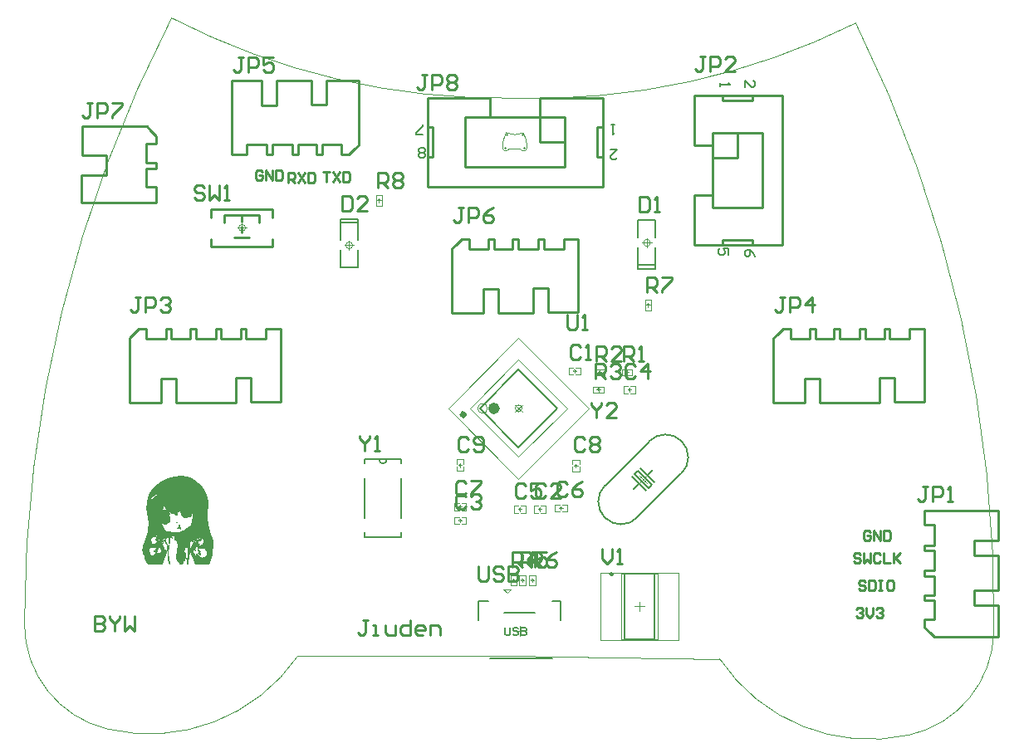
<source format=gto>
G04*
G04 #@! TF.GenerationSoftware,Altium Limited,Altium Designer,19.0.4 (130)*
G04*
G04 Layer_Color=65535*
%FSLAX44Y44*%
%MOMM*%
G71*
G01*
G75*
%ADD10C,0.5080*%
%ADD11C,0.6000*%
%ADD12C,0.2500*%
%ADD13C,0.2000*%
%ADD14C,0.2032*%
%ADD15C,0.0165*%
%ADD16C,0.2540*%
%ADD17C,0.1016*%
%ADD18C,0.1524*%
%ADD19C,0.1000*%
%ADD20C,0.0127*%
%ADD21C,0.0500*%
%ADD22C,0.0254*%
D10*
X404434Y302324D02*
G03*
X404434Y302324I-1270J0D01*
G01*
D11*
X437595Y308610D02*
G03*
X437595Y308610I-3000J0D01*
G01*
D12*
X555680Y139680D02*
G03*
X555680Y139680I-1250J0D01*
G01*
D13*
X317374Y256540D02*
G03*
X325374Y256540I4000J0D01*
G01*
X459740Y269097D02*
X499253Y308610D01*
X420227D02*
X459740Y348123D01*
X499253Y308610D01*
X420227D02*
X459740Y269097D01*
X567930Y73180D02*
X597930D01*
X567930Y140180D02*
X597930D01*
Y73180D02*
Y140180D01*
X567930Y73180D02*
Y140180D01*
D14*
X547849Y230209D02*
G03*
X580742Y197344I16263J-16616D01*
G01*
X625630Y242231D02*
G03*
X592738Y275096I-16263J16616D01*
G01*
X599440Y482600D02*
Y500380D01*
X581660D02*
X599440D01*
X581660Y482600D02*
Y500380D01*
X599440Y450850D02*
Y472440D01*
X581660Y450850D02*
X599440D01*
X581660D02*
Y472440D01*
Y454660D02*
X599440D01*
X580744Y197342D02*
X625631Y242230D01*
X547850Y230209D02*
X592737Y275097D01*
X278130Y452120D02*
Y469900D01*
Y452120D02*
X295910D01*
Y469900D01*
X278130Y480060D02*
Y501650D01*
X295910D01*
Y480060D02*
Y501650D01*
X278130Y497840D02*
X295910D01*
X362230Y588013D02*
X355459D01*
Y589706D01*
X362230Y596477D01*
Y598170D01*
X701037Y463129D02*
X699344Y466514D01*
X695958Y469900D01*
X692573D01*
X690880Y468207D01*
Y464822D01*
X692573Y463129D01*
X694266D01*
X695958Y464822D01*
Y469900D01*
X553579Y572770D02*
X560350D01*
X553579Y565999D01*
Y564306D01*
X555272Y562613D01*
X558657D01*
X560350Y564306D01*
X557810Y598170D02*
X554424D01*
X556117D01*
Y588013D01*
X557810Y589706D01*
X364262Y566338D02*
X362569Y564645D01*
X359184D01*
X357491Y566338D01*
Y568031D01*
X359184Y569724D01*
X357491Y571416D01*
Y573109D01*
X359184Y574802D01*
X362569D01*
X364262Y573109D01*
Y571416D01*
X362569Y569724D01*
X364262Y568031D01*
Y566338D01*
X362569Y569724D02*
X359184D01*
X673605Y465161D02*
Y471932D01*
X668526D01*
X670219Y468546D01*
Y466854D01*
X668526Y465161D01*
X665141D01*
X663448Y466854D01*
Y470239D01*
X665141Y471932D01*
X690880Y635849D02*
Y642620D01*
X697651Y635849D01*
X699344D01*
X701037Y637542D01*
Y640927D01*
X699344Y642620D01*
X665480Y640080D02*
Y636694D01*
Y638387D01*
X675637D01*
X673944Y640080D01*
D15*
X112348Y239649D02*
X117852D01*
X110532Y239484D02*
X119338D01*
X109376Y239319D02*
X120659D01*
X108551Y239154D02*
X121319D01*
X107560Y238989D02*
X121979D01*
X106735Y238824D02*
X122310D01*
X106074Y238658D02*
X122970D01*
X105414Y238493D02*
X123300D01*
X104919Y238328D02*
X123630D01*
X104424Y238163D02*
X124456D01*
X103598Y237998D02*
X124786D01*
X103103Y237833D02*
X124951D01*
X102773Y237668D02*
X125116D01*
X101947Y237503D02*
X125447D01*
X101947Y237338D02*
X125777D01*
X101617Y237173D02*
X126107D01*
X101287Y237007D02*
X126272D01*
X100791Y236842D02*
X126437D01*
X100296Y236677D02*
X126602D01*
X99966Y236512D02*
X126767D01*
X99636Y236347D02*
X127098D01*
X99305Y236182D02*
X127263D01*
X98975Y236017D02*
X127923D01*
X98480Y235852D02*
X128253D01*
X98150Y235687D02*
X128583D01*
X97654Y235522D02*
X128749D01*
X97489Y235356D02*
X128914D01*
X97159Y235191D02*
X129244D01*
X96829Y235026D02*
X129409D01*
X96499Y234861D02*
X129574D01*
X96168Y234696D02*
X129739D01*
X95838Y234531D02*
X130069D01*
X95508Y234366D02*
X130234D01*
X95343Y234201D02*
X130565D01*
X95178Y234036D02*
X130730D01*
X94848Y233871D02*
X130895D01*
X94517Y233705D02*
X131060D01*
X94352Y233540D02*
X131225D01*
X94187Y233375D02*
X131555D01*
X93857Y233210D02*
X131555D01*
X93527Y233045D02*
X131720D01*
X93362Y232880D02*
X131885D01*
X93197Y232715D02*
X132051D01*
X93197Y232550D02*
X132216D01*
X92701Y232385D02*
X132711D01*
X92536Y232220D02*
X132876D01*
X92371Y232054D02*
X133041D01*
X92041Y231889D02*
X133206D01*
X91876Y231724D02*
X133371D01*
X91546Y231559D02*
X133536D01*
X91381Y231394D02*
X133701D01*
X91050Y231229D02*
X133867D01*
X90885Y231064D02*
X134032D01*
X90720Y230899D02*
X134197D01*
X90555Y230734D02*
X134362D01*
X90390Y230569D02*
X134527D01*
X90225Y230403D02*
X134692D01*
X89895Y230238D02*
X134857D01*
X89730Y230073D02*
X135022D01*
X89565Y229908D02*
X135187D01*
X89399Y229743D02*
X135352D01*
X89234Y229578D02*
X135518D01*
X89069Y229413D02*
X135683D01*
X88904Y229248D02*
X135683D01*
X88739Y229083D02*
X135848D01*
X88574Y228918D02*
X135848D01*
X88409Y228752D02*
X136013D01*
X88244Y228587D02*
X136343D01*
X88079Y228422D02*
X136343D01*
X87583Y228257D02*
X136508D01*
X87418Y228092D02*
X136673D01*
X87418Y227927D02*
X136838D01*
X87418Y227762D02*
X136838D01*
X87253Y227597D02*
X137003D01*
X87088Y227432D02*
X137334D01*
X86923Y227267D02*
X137499D01*
X86758Y227101D02*
X137499D01*
X86593Y226936D02*
X137664D01*
X86428Y226771D02*
X137829D01*
X86263Y226606D02*
X137829D01*
X86097Y226441D02*
X137994D01*
X85932Y226276D02*
X137994D01*
X85932Y226111D02*
X138159D01*
X85767Y225946D02*
X138324D01*
X85602Y225781D02*
X138324D01*
X85437Y225616D02*
X138489D01*
X85437Y225450D02*
X138654D01*
X85272Y225285D02*
X138820D01*
X85107Y225120D02*
X138820D01*
X85107Y224955D02*
X138985D01*
X84942Y224790D02*
X138985D01*
X84942Y224625D02*
X139150D01*
X84942Y224460D02*
X139150D01*
X84777Y224295D02*
X139150D01*
X84612Y224130D02*
X139150D01*
X84446Y223965D02*
X139150D01*
X84446Y223799D02*
X139315D01*
X84281Y223634D02*
X139315D01*
X84116Y223469D02*
X139480D01*
X84116Y223304D02*
X139645D01*
X83951Y223139D02*
X139810D01*
X83951Y222974D02*
X139810D01*
X83786Y222809D02*
X139975D01*
X83621Y222644D02*
X139975D01*
X83621Y222479D02*
X139975D01*
X83456Y222313D02*
X140140D01*
X83291Y222148D02*
X140306D01*
X83291Y221983D02*
X140306D01*
X83126Y221818D02*
X140471D01*
X83126Y221653D02*
X128583D01*
X128858D02*
X140471D01*
X83126Y221488D02*
X127263D01*
X128363D02*
X140471D01*
X82961Y221323D02*
X88794D01*
X91050D02*
X126437D01*
X128033D02*
X140471D01*
X82961Y221158D02*
X88629D01*
X91876D02*
X126602D01*
X127537D02*
X140636D01*
X82795Y220993D02*
X88464D01*
X91711D02*
X123135D01*
X123410D02*
X140636D01*
X82795Y220828D02*
X88299D01*
X91546D02*
X122144D01*
X123575D02*
X140801D01*
X82795Y220662D02*
X88134D01*
X91381D02*
X122144D01*
X123575D02*
X140801D01*
X82630Y220497D02*
X87969D01*
X91215D02*
X122144D01*
X123575D02*
X140966D01*
X82630Y220332D02*
X87639D01*
X90885D02*
X122144D01*
X123575D02*
X140966D01*
X82465Y220167D02*
X87473D01*
X90720D02*
X122310D01*
X123575D02*
X140966D01*
X82465Y220002D02*
X87308D01*
X90555D02*
X122310D01*
X123575D02*
X141131D01*
X82465Y219837D02*
X87143D01*
X90390D02*
X122310D01*
X122584D02*
X141131D01*
X82465Y219672D02*
X86813D01*
X90225D02*
X141131D01*
X82300Y219507D02*
X86648D01*
X89895D02*
X141131D01*
X82300Y219342D02*
X86483D01*
X89730D02*
X141131D01*
X82300Y219177D02*
X86318D01*
X89565D02*
X141296D01*
X82300Y219011D02*
X86153D01*
X89234D02*
X141296D01*
X82135Y218846D02*
X85988D01*
X89069D02*
X141296D01*
X82135Y218681D02*
X85822D01*
X88904D02*
X141461D01*
X81970Y218516D02*
X85657D01*
X88739D02*
X141461D01*
X81970Y218351D02*
X85492D01*
X88574D02*
X108111D01*
X108551D02*
X141461D01*
X81970Y218186D02*
X85327D01*
X88574D02*
X107946D01*
X108551D02*
X141461D01*
X81805Y218021D02*
X84997D01*
X88409D02*
X107781D01*
X108551D02*
X141626D01*
X81805Y217856D02*
X84667D01*
X88079D02*
X141626D01*
X81640Y217691D02*
X84502D01*
X87914D02*
X141626D01*
X81640Y217526D02*
X84337D01*
X87748D02*
X141626D01*
X81640Y217360D02*
X84337D01*
X87418D02*
X141791D01*
X81640Y217195D02*
X84171D01*
X87253D02*
X141791D01*
X81640Y217030D02*
X84006D01*
X87088D02*
X141791D01*
X81640Y216865D02*
X83841D01*
X86923D02*
X141791D01*
X81475Y216700D02*
X83676D01*
X86593D02*
X141791D01*
X81475Y216535D02*
X83181D01*
X86428D02*
X141791D01*
X81475Y216370D02*
X83016D01*
X86263D02*
X141957D01*
X81475Y216205D02*
X82686D01*
X85107D02*
X142122D01*
X81475Y216040D02*
X142122D01*
X81475Y215875D02*
X142122D01*
X81475Y215709D02*
X142122D01*
X81309Y215544D02*
X142122D01*
X81309Y215379D02*
X142287D01*
X81309Y215214D02*
X142287D01*
X81144Y215049D02*
X142287D01*
X81144Y214884D02*
X142287D01*
X81144Y214719D02*
X142287D01*
X81144Y214554D02*
X142287D01*
X81144Y214389D02*
X142452D01*
X81144Y214224D02*
X142452D01*
X81144Y214058D02*
X142452D01*
X81144Y213893D02*
X142452D01*
X80979Y213728D02*
X142452D01*
X80979Y213563D02*
X142452D01*
X80979Y213398D02*
X142452D01*
X80979Y213233D02*
X142452D01*
X80979Y213068D02*
X142452D01*
X80979Y212903D02*
X142452D01*
X80979Y212738D02*
X142617D01*
X80979Y212573D02*
X142617D01*
X80814Y212407D02*
X142617D01*
X80814Y212242D02*
X142617D01*
X80814Y212077D02*
X142617D01*
X80814Y211912D02*
X142617D01*
X80814Y211747D02*
X142617D01*
X80814Y211582D02*
X142617D01*
X80814Y211417D02*
X142617D01*
X80814Y211252D02*
X142617D01*
X80814Y211087D02*
X142617D01*
X80814Y210922D02*
X142617D01*
X80649Y210756D02*
X142617D01*
X80649Y210591D02*
X142617D01*
X80484Y210426D02*
X142452D01*
X80484Y210261D02*
X97214D01*
X97654D02*
X142452D01*
X80484Y210096D02*
X97049D01*
X97654D02*
X142452D01*
X80484Y209931D02*
X97049D01*
X97819D02*
X142452D01*
X80484Y209766D02*
X97049D01*
X97985D02*
X142452D01*
X80319Y209601D02*
X97049D01*
X98150D02*
X142452D01*
X80319Y209436D02*
X97049D01*
X98315D02*
X142452D01*
X80319Y209271D02*
X97049D01*
X98315D02*
X142452D01*
X80319Y209105D02*
X96884D01*
X98315D02*
X142452D01*
X80319Y208940D02*
X96884D01*
X98480D02*
X142452D01*
X80319Y208775D02*
X96884D01*
X98645D02*
X142452D01*
X80319Y208610D02*
X96884D01*
X98810D02*
X142452D01*
X80319Y208445D02*
X96719D01*
X98975D02*
X142452D01*
X80319Y208280D02*
X96719D01*
X98975D02*
X142287D01*
X80319Y208115D02*
X96719D01*
X99140D02*
X142287D01*
X80319Y207950D02*
X96719D01*
X99305D02*
X142287D01*
X80319Y207785D02*
X96719D01*
X99471D02*
X142287D01*
X80319Y207620D02*
X96554D01*
X99471D02*
X142287D01*
X80319Y207454D02*
X96554D01*
X99636D02*
X142287D01*
X80319Y207289D02*
X96554D01*
X99636D02*
X142287D01*
X80319Y207124D02*
X96554D01*
X99801D02*
X142287D01*
X80319Y206959D02*
X96389D01*
X99966D02*
X142287D01*
X80319Y206794D02*
X96224D01*
X100131D02*
X142287D01*
X80319Y206629D02*
X96224D01*
X100131D02*
X142122D01*
X80319Y206464D02*
X96224D01*
X100461D02*
X142122D01*
X80319Y206299D02*
X96224D01*
X100461D02*
X142122D01*
X80319Y206134D02*
X96224D01*
X100626D02*
X142122D01*
X80319Y205969D02*
X96059D01*
X100791D02*
X114385D01*
X114660D02*
X142122D01*
X80319Y205804D02*
X96059D01*
X100791D02*
X114385D01*
X114660D02*
X142122D01*
X80319Y205638D02*
X96389D01*
X100791D02*
X114220D01*
X114660D02*
X142122D01*
X80484Y205473D02*
X96884D01*
X100626D02*
X114220D01*
X114660D02*
X142122D01*
X80484Y205308D02*
X98205D01*
X100626D02*
X114055D01*
X114660D02*
X142122D01*
X80484Y205143D02*
X98700D01*
X100461D02*
X113890D01*
X114660D02*
X142122D01*
X80484Y204978D02*
X99691D01*
X100461D02*
X113890D01*
X114660D02*
X142122D01*
X80484Y204813D02*
X96224D01*
X97159D02*
X99691D01*
X100626D02*
X100847D01*
X101452D02*
X113724D01*
X114660D02*
X142122D01*
X80484Y204648D02*
X95563D01*
X97324D02*
X99691D01*
X101947D02*
X103653D01*
X103928D02*
X113394D01*
X114660D02*
X142122D01*
X80484Y204483D02*
X95563D01*
X96664D02*
X100516D01*
X102277D02*
X103818D01*
X104093D02*
X113229D01*
X114660D02*
X142122D01*
X80484Y204318D02*
X95563D01*
X96168D02*
X101012D01*
X102442D02*
X103983D01*
X104258D02*
X113064D01*
X114660D02*
X141957D01*
X80649Y204153D02*
X95398D01*
X96003D02*
X101342D01*
X102773D02*
X104149D01*
X104424D02*
X112899D01*
X114660D02*
X141791D01*
X80649Y203987D02*
X101672D01*
X102938D02*
X104479D01*
X105084D02*
X105965D01*
X106240D02*
X112899D01*
X114660D02*
X141791D01*
X80649Y203822D02*
X95233D01*
X95508D02*
X102002D01*
X103268D02*
X104479D01*
X105084D02*
X105304D01*
X106405D02*
X111743D01*
X112018D02*
X112734D01*
X114825D02*
X126272D01*
X126547D02*
X141791D01*
X80649Y203657D02*
X102332D01*
X103433D02*
X104809D01*
X105249D02*
X105469D01*
X106570D02*
X111578D01*
X112018D02*
X112569D01*
X114825D02*
X126272D01*
X126877D02*
X141791D01*
X80649Y203492D02*
X102498D01*
X103598D02*
X104974D01*
X105414D02*
X105469D01*
X106900D02*
X111578D01*
X114825D02*
X126272D01*
X126877D02*
X141791D01*
X80649Y203327D02*
X102663D01*
X103928D02*
X104974D01*
X105909D02*
X105965D01*
X107065D02*
X111578D01*
X114990D02*
X126272D01*
X126877D02*
X141791D01*
X80649Y203162D02*
X102663D01*
X104093D02*
X105139D01*
X105909D02*
X106130D01*
X107395D02*
X111578D01*
X114990D02*
X126272D01*
X127207D02*
X141791D01*
X80649Y202997D02*
X102828D01*
X104258D02*
X105304D01*
X106074D02*
X106625D01*
X107725D02*
X111578D01*
X114990D02*
X126272D01*
X127207D02*
X141791D01*
X80814Y202832D02*
X102828D01*
X104589D02*
X105634D01*
X106240D02*
X106625D01*
X107891D02*
X111578D01*
X114990D02*
X126272D01*
X127207D02*
X141791D01*
X80814Y202667D02*
X102993D01*
X104754D02*
X105800D01*
X106570D02*
X106790D01*
X108221D02*
X111413D01*
X114990D02*
X126272D01*
X127207D02*
X141791D01*
X80814Y202502D02*
X102993D01*
X105084D02*
X105965D01*
X106735D02*
X107285D01*
X108551D02*
X111413D01*
X114990D02*
X126272D01*
X127207D02*
X141791D01*
X80814Y202336D02*
X103158D01*
X105249D02*
X106130D01*
X107065D02*
X107285D01*
X108551D02*
X111413D01*
X115155D02*
X126272D01*
X127207D02*
X141791D01*
X80814Y202171D02*
X103323D01*
X105414D02*
X106295D01*
X107230D02*
X107781D01*
X109046D02*
X111413D01*
X115155D02*
X126272D01*
X127207D02*
X141791D01*
X80814Y202006D02*
X103488D01*
X105744D02*
X106460D01*
X107395D02*
X107781D01*
X109376D02*
X111413D01*
X115155D02*
X126272D01*
X127207D02*
X141791D01*
X80814Y201841D02*
X102332D01*
X102773D02*
X103488D01*
X106074D02*
X106625D01*
X107725D02*
X108111D01*
X109542D02*
X111413D01*
X115320D02*
X126107D01*
X127207D02*
X141791D01*
X80814Y201676D02*
X102332D01*
X102938D02*
X103653D01*
X106405D02*
X106625D01*
X108056D02*
X108276D01*
X110037D02*
X111248D01*
X115320D02*
X126107D01*
X127207D02*
X141791D01*
X80814Y201511D02*
X102498D01*
X103103D02*
X103653D01*
X108221D02*
X108441D01*
X110202D02*
X111248D01*
X115320D02*
X126107D01*
X127207D02*
X141791D01*
X80979Y201346D02*
X102663D01*
X103268D02*
X103653D01*
X108551D02*
X108771D01*
X111027D02*
X111248D01*
X115320D02*
X126107D01*
X127207D02*
X141791D01*
X80979Y201181D02*
X102663D01*
X108716D02*
X108937D01*
X109211D02*
X109267D01*
X115320D02*
X126107D01*
X127207D02*
X141791D01*
X81144Y201016D02*
X102663D01*
X109046D02*
X109762D01*
X110862D02*
X111083D01*
X115485D02*
X126107D01*
X127207D02*
X141791D01*
X81144Y200851D02*
X102828D01*
X109211D02*
X110092D01*
X110862D02*
X111083D01*
X115485D02*
X125942D01*
X127207D02*
X141791D01*
X81144Y200685D02*
X102828D01*
X109542D02*
X110257D01*
X115650D02*
X125942D01*
X127207D02*
X141791D01*
X81144Y200520D02*
X102828D01*
X109872D02*
X110257D01*
X110697D02*
X110918D01*
X115815D02*
X125942D01*
X127207D02*
X141791D01*
X81144Y200355D02*
X102993D01*
X110202D02*
X110257D01*
X110532D02*
X110753D01*
X115815D02*
X125942D01*
X127207D02*
X141791D01*
X81144Y200190D02*
X102993D01*
X110532D02*
X110588D01*
X115981D02*
X125777D01*
X127207D02*
X141791D01*
X81309Y200025D02*
X102993D01*
X115981D02*
X125777D01*
X127207D02*
X141791D01*
X81309Y199860D02*
X103158D01*
X116146D02*
X125612D01*
X127207D02*
X141791D01*
X81309Y199695D02*
X103158D01*
X116311D02*
X125612D01*
X127207D02*
X141791D01*
X81309Y199530D02*
X103158D01*
X116476D02*
X125612D01*
X127207D02*
X141791D01*
X81309Y199365D02*
X103158D01*
X116641D02*
X125447D01*
X127207D02*
X141791D01*
X81475Y199200D02*
X103158D01*
X116641D02*
X125447D01*
X127207D02*
X141791D01*
X81475Y199034D02*
X103158D01*
X116806D02*
X125281D01*
X127207D02*
X141791D01*
X81475Y198869D02*
X103158D01*
X116971D02*
X125281D01*
X127207D02*
X141791D01*
X81475Y198704D02*
X103158D01*
X117301D02*
X125281D01*
X127207D02*
X141791D01*
X81475Y198539D02*
X103158D01*
X117466D02*
X125116D01*
X127207D02*
X141791D01*
X81475Y198374D02*
X103323D01*
X117797D02*
X121979D01*
X123905D02*
X124951D01*
X127042D02*
X141791D01*
X81640Y198209D02*
X103323D01*
X117962D02*
X121979D01*
X124235D02*
X124951D01*
X127042D02*
X141791D01*
X81640Y198044D02*
X103323D01*
X118127D02*
X121649D01*
X127207D02*
X141791D01*
X81640Y197879D02*
X103323D01*
X118292D02*
X121484D01*
X127207D02*
X141791D01*
X81640Y197714D02*
X103323D01*
X118457D02*
X120989D01*
X127207D02*
X141791D01*
X81640Y197549D02*
X103323D01*
X118622D02*
X120659D01*
X127207D02*
X141791D01*
X81640Y197383D02*
X103488D01*
X118952D02*
X120493D01*
X127207D02*
X141791D01*
X81640Y197218D02*
X103488D01*
X119283D02*
X119503D01*
X119778D02*
X120163D01*
X127207D02*
X141791D01*
X81640Y197053D02*
X103488D01*
X127207D02*
X141791D01*
X81640Y196888D02*
X103488D01*
X127207D02*
X141791D01*
X81640Y196723D02*
X103488D01*
X127042D02*
X141791D01*
X81805Y196558D02*
X103488D01*
X127042D02*
X141791D01*
X81805Y196393D02*
X103488D01*
X127042D02*
X141791D01*
X81805Y196228D02*
X103488D01*
X126877D02*
X141791D01*
X81805Y196063D02*
X103488D01*
X126877D02*
X141791D01*
X81970Y195898D02*
X103488D01*
X126877D02*
X141791D01*
X81970Y195732D02*
X103488D01*
X126877D02*
X141791D01*
X81970Y195567D02*
X93582D01*
X93857D02*
X103488D01*
X126877D02*
X141957D01*
X81970Y195402D02*
X93582D01*
X94022D02*
X103488D01*
X126877D02*
X142122D01*
X81970Y195237D02*
X93747D01*
X94022D02*
X103488D01*
X126877D02*
X142122D01*
X81970Y195072D02*
X93747D01*
X94187D02*
X103488D01*
X126877D02*
X142122D01*
X81970Y194907D02*
X93747D01*
X94187D02*
X103488D01*
X126877D02*
X142122D01*
X81970Y194742D02*
X93747D01*
X94352D02*
X103488D01*
X126877D02*
X142122D01*
X82135Y194577D02*
X93912D01*
X94352D02*
X103488D01*
X126877D02*
X142122D01*
X82135Y194412D02*
X93912D01*
X94517D02*
X103488D01*
X126712D02*
X142122D01*
X82135Y194247D02*
X93912D01*
X94517D02*
X103488D01*
X126712D02*
X142122D01*
X82135Y194081D02*
X94243D01*
X94683D02*
X103323D01*
X126547D02*
X142122D01*
X82135Y193916D02*
X94243D01*
X94848D02*
X103488D01*
X126547D02*
X142122D01*
X82135Y193751D02*
X94243D01*
X94848D02*
X103488D01*
X126547D02*
X142287D01*
X82135Y193586D02*
X94408D01*
X95013D02*
X103323D01*
X126547D02*
X142287D01*
X82135Y193421D02*
X94408D01*
X95178D02*
X103323D01*
X126382D02*
X142287D01*
X82135Y193256D02*
X94408D01*
X95343D02*
X103158D01*
X126382D02*
X142287D01*
X82135Y193091D02*
X94573D01*
X95508D02*
X102993D01*
X126382D02*
X142287D01*
X82135Y192926D02*
X94573D01*
X95673D02*
X102663D01*
X126382D02*
X142287D01*
X82135Y192761D02*
X94573D01*
X95838D02*
X102498D01*
X111027D02*
X111083D01*
X126382D02*
X142287D01*
X82135Y192596D02*
X94573D01*
X96003D02*
X102167D01*
X110862D02*
X111248D01*
X126382D02*
X142287D01*
X82135Y192430D02*
X94738D01*
X96168D02*
X102002D01*
X111027D02*
X111413D01*
X126217D02*
X142287D01*
X82135Y192265D02*
X94738D01*
X96334D02*
X101672D01*
X126217D02*
X142287D01*
X82135Y192100D02*
X94903D01*
X96499D02*
X101507D01*
X126217D02*
X142287D01*
X82135Y191935D02*
X94903D01*
X96829D02*
X101177D01*
X126217D02*
X142287D01*
X82135Y191770D02*
X94903D01*
X96994D02*
X101012D01*
X126217D02*
X142287D01*
X82135Y191605D02*
X94903D01*
X97324D02*
X100847D01*
X126052D02*
X142452D01*
X82135Y191440D02*
X95068D01*
X97654D02*
X100516D01*
X126052D02*
X142452D01*
X82135Y191275D02*
X95068D01*
X98150D02*
X100351D01*
X125886D02*
X142452D01*
X82135Y191110D02*
X95233D01*
X98480D02*
X100021D01*
X125886D02*
X142452D01*
X82135Y190944D02*
X95233D01*
X98810D02*
X99856D01*
X125886D02*
X142452D01*
X82135Y190779D02*
X95398D01*
X98975D02*
X99526D01*
X125886D02*
X142452D01*
X82135Y190614D02*
X95398D01*
X125886D02*
X142452D01*
X82135Y190449D02*
X95398D01*
X125886D02*
X142452D01*
X82135Y190284D02*
X95563D01*
X125886D02*
X142617D01*
X82135Y190119D02*
X95563D01*
X125721D02*
X142617D01*
X82135Y189954D02*
X95729D01*
X125556D02*
X142617D01*
X82135Y189789D02*
X95729D01*
X113339D02*
X113559D01*
X125556D02*
X142617D01*
X82135Y189624D02*
X95894D01*
X113339D02*
X113559D01*
X125391D02*
X142617D01*
X82135Y189459D02*
X95894D01*
X113174D02*
X113559D01*
X125391D02*
X142782D01*
X82135Y189293D02*
X95894D01*
X113174D02*
X113559D01*
X125226D02*
X142782D01*
X82135Y189128D02*
X95894D01*
X113174D02*
X113724D01*
X125061D02*
X142782D01*
X82135Y188963D02*
X96059D01*
X113339D02*
X113724D01*
X124731D02*
X142782D01*
X82135Y188798D02*
X96224D01*
X113339D02*
X113724D01*
X124566D02*
X142782D01*
X82135Y188633D02*
X96224D01*
X113339D02*
X113890D01*
X124401D02*
X142947D01*
X82135Y188468D02*
X96389D01*
X113339D02*
X113890D01*
X124235D02*
X142947D01*
X81970Y188303D02*
X96389D01*
X113339D02*
X113890D01*
X123905D02*
X142947D01*
X81970Y188138D02*
X96554D01*
X113339D02*
X114055D01*
X123740D02*
X142947D01*
X81970Y187973D02*
X96554D01*
X113504D02*
X114055D01*
X123575D02*
X143112D01*
X81970Y187808D02*
X96719D01*
X113504D02*
X114055D01*
X123245D02*
X143112D01*
X81970Y187642D02*
X96719D01*
X113504D02*
X114220D01*
X123080D02*
X143112D01*
X81970Y187477D02*
X96884D01*
X112844D02*
X114220D01*
X122915D02*
X143112D01*
X81970Y187312D02*
X96884D01*
X112348D02*
X114385D01*
X122584D02*
X143277D01*
X81970Y187147D02*
X97049D01*
X112018D02*
X114385D01*
X122419D02*
X143277D01*
X81970Y186982D02*
X97049D01*
X111853D02*
X114550D01*
X122089D02*
X143277D01*
X81970Y186817D02*
X97214D01*
X111523D02*
X112899D01*
X113999D02*
X114550D01*
X121924D02*
X143277D01*
X81970Y186652D02*
X97380D01*
X111358D02*
X112404D01*
X113999D02*
X114550D01*
X121759D02*
X143277D01*
X81970Y186487D02*
X97380D01*
X111358D02*
X112073D01*
X114164D02*
X114715D01*
X121264D02*
X143442D01*
X81970Y186322D02*
X97545D01*
X111523D02*
X111908D01*
X114330D02*
X114880D01*
X120934D02*
X143442D01*
X81970Y186157D02*
X97710D01*
X114660D02*
X114715D01*
X120768D02*
X143442D01*
X81805Y185991D02*
X97710D01*
X120438D02*
X143442D01*
X81805Y185826D02*
X97710D01*
X120273D02*
X143608D01*
X81805Y185661D02*
X98040D01*
X119943D02*
X143608D01*
X81805Y185496D02*
X98205D01*
X119613D02*
X143608D01*
X81805Y185331D02*
X98205D01*
X119448D02*
X143608D01*
X81805Y185166D02*
X98205D01*
X119283D02*
X143773D01*
X81640Y185001D02*
X98370D01*
X118952D02*
X143773D01*
X81640Y184836D02*
X98535D01*
X118622D02*
X143938D01*
X81640Y184671D02*
X98700D01*
X118622D02*
X143938D01*
X81640Y184506D02*
X99031D01*
X118292D02*
X143938D01*
X81640Y184340D02*
X99031D01*
X117962D02*
X143938D01*
X81640Y184175D02*
X99196D01*
X117632D02*
X144103D01*
X81475Y184010D02*
X99361D01*
X117301D02*
X144103D01*
X81475Y183845D02*
X99526D01*
X117136D02*
X144268D01*
X81475Y183680D02*
X99526D01*
X116641D02*
X144268D01*
X81475Y183515D02*
X99856D01*
X100131D02*
X100516D01*
X116146D02*
X144268D01*
X81475Y183350D02*
X85988D01*
X86428D02*
X101342D01*
X115981D02*
X144268D01*
X81475Y183185D02*
X85988D01*
X86593D02*
X102002D01*
X115650D02*
X144268D01*
X81475Y183020D02*
X85988D01*
X86758D02*
X102663D01*
X103103D02*
X103323D01*
X115320D02*
X144433D01*
X81475Y182855D02*
X85822D01*
X86758D02*
X104644D01*
X114825D02*
X144433D01*
X81475Y182689D02*
X85822D01*
X86923D02*
X91106D01*
X91381D02*
X105469D01*
X114660D02*
X144598D01*
X81475Y182524D02*
X85822D01*
X86923D02*
X90941D01*
X91381D02*
X107616D01*
X112513D02*
X144598D01*
X81475Y182359D02*
X85822D01*
X86923D02*
X90941D01*
X91381D02*
X144598D01*
X81475Y182194D02*
X85822D01*
X86923D02*
X91106D01*
X91381D02*
X144763D01*
X81309Y182029D02*
X85822D01*
X86097D02*
X86648D01*
X87088D02*
X144763D01*
X81309Y181864D02*
X86813D01*
X87088D02*
X144928D01*
X81144Y181699D02*
X144928D01*
X81144Y181534D02*
X144928D01*
X80979Y181369D02*
X144928D01*
X80979Y181204D02*
X145093D01*
X80979Y181038D02*
X145093D01*
X80814Y180873D02*
X86978D01*
X87253D02*
X145093D01*
X80814Y180708D02*
X86978D01*
X87253D02*
X134032D01*
X134472D02*
X134527D01*
X134967D02*
X145259D01*
X80814Y180543D02*
X86813D01*
X87253D02*
X134032D01*
X135132D02*
X145259D01*
X80814Y180378D02*
X82025D01*
X82300D02*
X86318D01*
X87418D02*
X90941D01*
X91215D02*
X107285D01*
X107560D02*
X130069D01*
X130509D02*
X134032D01*
X135132D02*
X145259D01*
X80649Y180213D02*
X82025D01*
X82795D02*
X86318D01*
X87418D02*
X90775D01*
X91215D02*
X107120D01*
X107395D02*
X129904D01*
X130509D02*
X134032D01*
X135132D02*
X145259D01*
X80649Y180048D02*
X82025D01*
X83126D02*
X86318D01*
X87418D02*
X90610D01*
X91050D02*
X130069D01*
X130509D02*
X134032D01*
X135132D02*
X145424D01*
X80649Y179883D02*
X82190D01*
X83291D02*
X86318D01*
X87583D02*
X89620D01*
X90060D02*
X90445D01*
X91050D02*
X106460D01*
X106735D02*
X130069D01*
X130674D02*
X134032D01*
X135132D02*
X145424D01*
X80649Y179718D02*
X82190D01*
X83126D02*
X86483D01*
X87583D02*
X89620D01*
X91050D02*
X106130D01*
X106570D02*
X107781D01*
X108056D02*
X130069D01*
X130674D02*
X133867D01*
X135132D02*
X145589D01*
X80649Y179553D02*
X82355D01*
X82795D02*
X86483D01*
X87583D02*
X89620D01*
X90885D02*
X105800D01*
X106074D02*
X107451D01*
X108221D02*
X130069D01*
X130840D02*
X133867D01*
X135132D02*
X145589D01*
X80484Y179387D02*
X82355D01*
X82795D02*
X86483D01*
X87748D02*
X89620D01*
X90885D02*
X105469D01*
X105909D02*
X107120D01*
X108221D02*
X130069D01*
X130840D02*
X133867D01*
X135132D02*
X145589D01*
X80484Y179222D02*
X82521D01*
X82795D02*
X86483D01*
X87748D02*
X89620D01*
X90885D02*
X105139D01*
X105579D02*
X106790D01*
X108221D02*
X130234D01*
X130840D02*
X133867D01*
X135132D02*
X145754D01*
X80484Y179057D02*
X86648D01*
X87748D02*
X89455D01*
X90885D02*
X105139D01*
X105414D02*
X106625D01*
X108386D02*
X130234D01*
X130840D02*
X133867D01*
X135132D02*
X137994D01*
X138434D02*
X145754D01*
X80319Y178892D02*
X86648D01*
X87914D02*
X89455D01*
X90720D02*
X104644D01*
X105414D02*
X106295D01*
X108386D02*
X130234D01*
X131005D02*
X133867D01*
X134967D02*
X137829D01*
X138599D02*
X145919D01*
X80319Y178727D02*
X86648D01*
X87914D02*
X89455D01*
X90720D02*
X105139D01*
X105579D02*
X105800D01*
X108386D02*
X130400D01*
X131005D02*
X133867D01*
X134967D02*
X137499D01*
X138599D02*
X145919D01*
X80319Y178562D02*
X86648D01*
X87914D02*
X89290D01*
X90720D02*
X105139D01*
X108386D02*
X130400D01*
X131005D02*
X133867D01*
X134967D02*
X137499D01*
X138434D02*
X146084D01*
X80319Y178397D02*
X84337D01*
X84612D02*
X86648D01*
X88079D02*
X89290D01*
X90555D02*
X104974D01*
X108386D02*
X130400D01*
X131170D02*
X134032D01*
X134967D02*
X137499D01*
X138434D02*
X146084D01*
X80154Y178232D02*
X83016D01*
X83291D02*
X84337D01*
X84777D02*
X86648D01*
X88904D02*
X89124D01*
X90555D02*
X105139D01*
X108551D02*
X130400D01*
X131170D02*
X134032D01*
X134802D02*
X137334D01*
X138434D02*
X146084D01*
X80154Y178067D02*
X83181D01*
X83456D02*
X84171D01*
X84942D02*
X86483D01*
X90555D02*
X105304D01*
X108551D02*
X130565D01*
X131170D02*
X134032D01*
X134802D02*
X137334D01*
X138269D02*
X146249D01*
X79989Y177902D02*
X83181D01*
X85107D02*
X85988D01*
X90555D02*
X105469D01*
X108551D02*
X130565D01*
X131170D02*
X134032D01*
X134802D02*
X137169D01*
X138269D02*
X146249D01*
X79989Y177736D02*
X83346D01*
X85272D02*
X85822D01*
X90555D02*
X101507D01*
X102442D02*
X105634D01*
X108551D02*
X130565D01*
X131335D02*
X134032D01*
X134802D02*
X137003D01*
X138104D02*
X146414D01*
X79989Y177571D02*
X83511D01*
X90555D02*
X101342D01*
X102442D02*
X105965D01*
X108716D02*
X130565D01*
X131335D02*
X134032D01*
X134802D02*
X137003D01*
X138104D02*
X146414D01*
X79989Y177406D02*
X83676D01*
X90720D02*
X101342D01*
X102607D02*
X103158D01*
X103763D02*
X106130D01*
X108716D02*
X130730D01*
X131335D02*
X134032D01*
X134802D02*
X137003D01*
X137939D02*
X146414D01*
X79824Y177241D02*
X84006D01*
X90885D02*
X101177D01*
X102773D02*
X103323D01*
X104093D02*
X106295D01*
X108716D02*
X130730D01*
X131335D02*
X134032D01*
X134637D02*
X136838D01*
X137939D02*
X146579D01*
X79824Y177076D02*
X84171D01*
X90885D02*
X101012D01*
X102773D02*
X103323D01*
X104589D02*
X106295D01*
X108716D02*
X130730D01*
X131500D02*
X134032D01*
X134637D02*
X136838D01*
X137774D02*
X146579D01*
X79824Y176911D02*
X84337D01*
X91050D02*
X100847D01*
X102773D02*
X103323D01*
X105579D02*
X106460D01*
X108716D02*
X130730D01*
X131665D02*
X133867D01*
X134637D02*
X136838D01*
X137774D02*
X146579D01*
X79658Y176746D02*
X84667D01*
X91050D02*
X100681D01*
X102773D02*
X103323D01*
X106074D02*
X106460D01*
X108716D02*
X130730D01*
X131830D02*
X133701D01*
X134802D02*
X136838D01*
X137609D02*
X146744D01*
X79658Y176581D02*
X84832D01*
X91215D02*
X97875D01*
X98315D02*
X98865D01*
X99471D02*
X100516D01*
X102773D02*
X103323D01*
X108716D02*
X130895D01*
X131830D02*
X132381D01*
X134967D02*
X136838D01*
X137609D02*
X146910D01*
X79658Y176416D02*
X84997D01*
X91050D02*
X93747D01*
X94517D02*
X97049D01*
X99471D02*
X100186D01*
X102938D02*
X103488D01*
X108716D02*
X130895D01*
X136123D02*
X136673D01*
X137278D02*
X146910D01*
X79493Y176251D02*
X84997D01*
X90555D02*
X93417D01*
X94517D02*
X96884D01*
X99471D02*
X99856D01*
X102938D02*
X103488D01*
X108716D02*
X130895D01*
X137278D02*
X139975D01*
X140580D02*
X146910D01*
X79493Y176085D02*
X84832D01*
X90225D02*
X93087D01*
X94517D02*
X96719D01*
X99140D02*
X99361D01*
X103103D02*
X103488D01*
X108716D02*
X130895D01*
X137278D02*
X139645D01*
X140580D02*
X146910D01*
X79493Y175920D02*
X84667D01*
X89895D02*
X92757D01*
X94352D02*
X96554D01*
X99140D02*
X99361D01*
X103103D02*
X103488D01*
X108716D02*
X130895D01*
X133646D02*
X134857D01*
X137444D02*
X139315D01*
X140415D02*
X147075D01*
X79328Y175755D02*
X84337D01*
X89730D02*
X91106D01*
X94352D02*
X96554D01*
X99140D02*
X99361D01*
X103103D02*
X103488D01*
X108881D02*
X130895D01*
X133481D02*
X135022D01*
X137609D02*
X139150D01*
X140415D02*
X147075D01*
X79328Y175590D02*
X84337D01*
X89565D02*
X90775D01*
X94187D02*
X96389D01*
X99140D02*
X99361D01*
X103103D02*
X103488D01*
X108881D02*
X130895D01*
X133316D02*
X135187D01*
X137939D02*
X138985D01*
X140250D02*
X147240D01*
X79163Y175425D02*
X84171D01*
X89399D02*
X90280D01*
X94187D02*
X96389D01*
X99140D02*
X99361D01*
X103103D02*
X103653D01*
X108881D02*
X130895D01*
X133151D02*
X135352D01*
X138434D02*
X138820D01*
X140085D02*
X147240D01*
X79163Y175260D02*
X82851D01*
X89234D02*
X89950D01*
X90885D02*
X91601D01*
X93857D02*
X96389D01*
X99140D02*
X99361D01*
X103103D02*
X103653D01*
X108881D02*
X130895D01*
X133151D02*
X135518D01*
X139755D02*
X147240D01*
X79163Y175095D02*
X82686D01*
X89234D02*
X89785D01*
X90885D02*
X91931D01*
X93857D02*
X96224D01*
X99140D02*
X99361D01*
X103268D02*
X103653D01*
X108881D02*
X109927D01*
X110202D02*
X130895D01*
X133151D02*
X135683D01*
X139755D02*
X147240D01*
X79163Y174930D02*
X82686D01*
X89234D02*
X89620D01*
X90720D02*
X92096D01*
X93692D02*
X96224D01*
X98480D02*
X98865D01*
X99140D02*
X99361D01*
X103268D02*
X103653D01*
X108881D02*
X109432D01*
X110202D02*
X130895D01*
X133151D02*
X135683D01*
X139425D02*
X147240D01*
X79163Y174765D02*
X83016D01*
X90555D02*
X92096D01*
X93692D02*
X96059D01*
X98480D02*
X99526D01*
X103268D02*
X103653D01*
X110367D02*
X131555D01*
X133316D02*
X135518D01*
X138929D02*
X147405D01*
X78998Y174600D02*
X83346D01*
X90390D02*
X92096D01*
X93527D02*
X96059D01*
X97819D02*
X98370D01*
X98975D02*
X99526D01*
X103268D02*
X103653D01*
X110532D02*
X126602D01*
X126877D02*
X127758D01*
X128528D02*
X132381D01*
X133316D02*
X135352D01*
X138764D02*
X147405D01*
X78833Y174435D02*
X84006D01*
X90390D02*
X92096D01*
X93362D02*
X96059D01*
X97819D02*
X98370D01*
X98975D02*
X99526D01*
X103268D02*
X103818D01*
X110697D02*
X126272D01*
X126712D02*
X127263D01*
X129023D02*
X132711D01*
X133481D02*
X135187D01*
X138599D02*
X147405D01*
X78833Y174269D02*
X84171D01*
X90390D02*
X92096D01*
X93197D02*
X96059D01*
X97324D02*
X97380D01*
X98975D02*
X99526D01*
X103268D02*
X103818D01*
X110862D02*
X126272D01*
X126547D02*
X127098D01*
X129354D02*
X132876D01*
X133646D02*
X135187D01*
X138434D02*
X147405D01*
X78668Y174104D02*
X84337D01*
X90555D02*
X92096D01*
X92866D02*
X95894D01*
X97324D02*
X97545D01*
X98975D02*
X99526D01*
X103268D02*
X103818D01*
X111027D02*
X125942D01*
X126547D02*
X127098D01*
X129519D02*
X133041D01*
X133976D02*
X135022D01*
X138434D02*
X147405D01*
X78668Y173939D02*
X84337D01*
X90720D02*
X91931D01*
X92701D02*
X95894D01*
X98975D02*
X99526D01*
X103268D02*
X103818D01*
X111193D02*
X125777D01*
X126547D02*
X127098D01*
X129684D02*
X130565D01*
X132325D02*
X133041D01*
X134142D02*
X134857D01*
X138599D02*
X147570D01*
X78503Y173774D02*
X84337D01*
X90885D02*
X91766D01*
X92536D02*
X95894D01*
X98975D02*
X99526D01*
X103268D02*
X103653D01*
X111358D02*
X125612D01*
X126547D02*
X127263D01*
X138599D02*
X147570D01*
X78503Y173609D02*
X84337D01*
X91050D02*
X91271D01*
X92371D02*
X95894D01*
X98975D02*
X99526D01*
X103268D02*
X103653D01*
X111523D02*
X125447D01*
X126547D02*
X127428D01*
X138599D02*
X147570D01*
X78338Y173444D02*
X84502D01*
X92041D02*
X95729D01*
X96994D02*
X97049D01*
X98975D02*
X99526D01*
X103268D02*
X103653D01*
X111688D02*
X125116D01*
X126712D02*
X128253D01*
X138599D02*
X147735D01*
X78338Y173279D02*
X84667D01*
X91876D02*
X95729D01*
X96994D02*
X97214D01*
X98975D02*
X99526D01*
X103268D02*
X103653D01*
X111523D02*
X124951D01*
X126877D02*
X128583D01*
X138599D02*
X147735D01*
X78338Y173114D02*
X84667D01*
X91546D02*
X95729D01*
X96994D02*
X97214D01*
X98975D02*
X99526D01*
X103268D02*
X103653D01*
X111523D02*
X124786D01*
X127042D02*
X128914D01*
X131005D02*
X132216D01*
X138599D02*
X147735D01*
X78173Y172949D02*
X84997D01*
X91215D02*
X95563D01*
X99140D02*
X99526D01*
X103268D02*
X103653D01*
X111523D02*
X124621D01*
X127372D02*
X129079D01*
X130840D02*
X132381D01*
X138599D02*
X147735D01*
X78173Y172784D02*
X85162D01*
X91050D02*
X95563D01*
X99140D02*
X99691D01*
X103268D02*
X103653D01*
X111523D02*
X124456D01*
X128033D02*
X129244D01*
X130674D02*
X132546D01*
X138599D02*
X147735D01*
X78007Y172618D02*
X85162D01*
X90885D02*
X95563D01*
X99140D02*
X99691D01*
X103268D02*
X103488D01*
X111523D02*
X124456D01*
X128363D02*
X129409D01*
X130674D02*
X132711D01*
X138434D02*
X147900D01*
X78007Y172453D02*
X85162D01*
X90555D02*
X95563D01*
X99140D02*
X99691D01*
X103268D02*
X103488D01*
X111523D02*
X124456D01*
X128198D02*
X129409D01*
X130674D02*
X132711D01*
X138434D02*
X147900D01*
X78007Y172288D02*
X85327D01*
X90555D02*
X95398D01*
X99140D02*
X99856D01*
X103268D02*
X103488D01*
X111523D02*
X124456D01*
X128198D02*
X129574D01*
X130674D02*
X132876D01*
X138434D02*
X147900D01*
X78007Y172123D02*
X85327D01*
X90555D02*
X95233D01*
X96664D02*
X96884D01*
X99305D02*
X99856D01*
X103268D02*
X103488D01*
X111523D02*
X124456D01*
X128198D02*
X129739D01*
X130674D02*
X132876D01*
X138434D02*
X147900D01*
X78007Y171958D02*
X85162D01*
X90555D02*
X95068D01*
X96664D02*
X96884D01*
X99305D02*
X100021D01*
X103268D02*
X103488D01*
X111688D02*
X124456D01*
X128033D02*
X129904D01*
X130674D02*
X132876D01*
X138269D02*
X147900D01*
X78007Y171793D02*
X85162D01*
X90885D02*
X94903D01*
X96664D02*
X96719D01*
X99471D02*
X100021D01*
X103268D02*
X103488D01*
X111688D02*
X124456D01*
X128033D02*
X129904D01*
X130674D02*
X132711D01*
X138269D02*
X147900D01*
X77842Y171628D02*
X85162D01*
X90885D02*
X94903D01*
X96499D02*
X96719D01*
X99471D02*
X100186D01*
X103433D02*
X103488D01*
X111688D02*
X124291D01*
X127868D02*
X130069D01*
X130840D02*
X132546D01*
X138104D02*
X147900D01*
X77842Y171463D02*
X85162D01*
X90555D02*
X94903D01*
X96499D02*
X96719D01*
X99636D02*
X100186D01*
X111688D02*
X124126D01*
X127868D02*
X130234D01*
X131170D02*
X132381D01*
X138104D02*
X147900D01*
X77677Y171298D02*
X85162D01*
X90390D02*
X94903D01*
X96499D02*
X96554D01*
X99801D02*
X100351D01*
X111688D02*
X124291D01*
X127703D02*
X130400D01*
X131335D02*
X132051D01*
X137939D02*
X147900D01*
X77677Y171133D02*
X85162D01*
X90060D02*
X94903D01*
X96334D02*
X96554D01*
X99966D02*
X100516D01*
X111853D02*
X124291D01*
X127703D02*
X130565D01*
X137939D02*
X148065D01*
X77512Y170967D02*
X85162D01*
X89730D02*
X95068D01*
X96334D02*
X96389D01*
X100131D02*
X100681D01*
X111853D02*
X124291D01*
X127537D02*
X130730D01*
X137939D02*
X148065D01*
X77512Y170802D02*
X85162D01*
X89234D02*
X95233D01*
X96168D02*
X96224D01*
X100131D02*
X100847D01*
X111853D02*
X124291D01*
X127537D02*
X130895D01*
X138269D02*
X148065D01*
X77347Y170637D02*
X85162D01*
X88739D02*
X95233D01*
X96168D02*
X96224D01*
X100296D02*
X101012D01*
X111853D02*
X124291D01*
X127372D02*
X132051D01*
X133646D02*
X134032D01*
X138269D02*
X148065D01*
X77347Y170472D02*
X85162D01*
X88739D02*
X95233D01*
X100461D02*
X101012D01*
X111853D02*
X124291D01*
X127372D02*
X134527D01*
X138269D02*
X148065D01*
X77347Y170307D02*
X85162D01*
X87914D02*
X95398D01*
X100461D02*
X101012D01*
X112018D02*
X124291D01*
X127207D02*
X134527D01*
X138104D02*
X148065D01*
X77182Y170142D02*
X85492D01*
X86263D02*
X95398D01*
X95838D02*
X95894D01*
X100956D02*
X101012D01*
X112018D02*
X124291D01*
X127207D02*
X134032D01*
X137939D02*
X148065D01*
X77182Y169977D02*
X95894D01*
X100791D02*
X101342D01*
X112183D02*
X124291D01*
X127042D02*
X131060D01*
X132491D02*
X132876D01*
X137774D02*
X148065D01*
X77182Y169812D02*
X95894D01*
X100791D02*
X101342D01*
X112183D02*
X124291D01*
X127042D02*
X131060D01*
X132491D02*
X132876D01*
X137444D02*
X148065D01*
X77182Y169647D02*
X95894D01*
X100956D02*
X101342D01*
X112513D02*
X124291D01*
X127042D02*
X130895D01*
X132491D02*
X133041D01*
X137113D02*
X148065D01*
X77017Y169482D02*
X96059D01*
X100956D02*
X101507D01*
X112678D02*
X123795D01*
X124070D02*
X124126D01*
X126877D02*
X130895D01*
X132160D02*
X132381D01*
X132656D02*
X133041D01*
X136618D02*
X148065D01*
X77017Y169316D02*
X96224D01*
X100956D02*
X101507D01*
X102607D02*
X102828D01*
X112513D02*
X123961D01*
X126877D02*
X130730D01*
X131995D02*
X132381D01*
X132656D02*
X133041D01*
X136288D02*
X148065D01*
X77017Y169151D02*
X96389D01*
X101122D02*
X101507D01*
X102607D02*
X102828D01*
X112513D02*
X124126D01*
X126712D02*
X130730D01*
X131995D02*
X132216D01*
X132491D02*
X133371D01*
X135793D02*
X138654D01*
X138929D02*
X148065D01*
X77017Y168986D02*
X96389D01*
X101122D02*
X101507D01*
X102607D02*
X102828D01*
X112513D02*
X124126D01*
X126547D02*
X130895D01*
X131995D02*
X132216D01*
X132491D02*
X138489D01*
X138764D02*
X146249D01*
X146524D02*
X148065D01*
X76852Y168821D02*
X96389D01*
X101122D02*
X101672D01*
X102442D02*
X102828D01*
X112513D02*
X124126D01*
X126382D02*
X130895D01*
X131995D02*
X132216D01*
X132491D02*
X137994D01*
X138764D02*
X146249D01*
X146689D02*
X148065D01*
X76852Y168656D02*
X96554D01*
X101122D02*
X101672D01*
X102442D02*
X102828D01*
X112348D02*
X124126D01*
X126382D02*
X130895D01*
X131995D02*
X132216D01*
X132491D02*
X137499D01*
X138599D02*
X146249D01*
X146689D02*
X148065D01*
X76687Y168491D02*
X96719D01*
X101287D02*
X101672D01*
X102442D02*
X102828D01*
X112183D02*
X123630D01*
X123905D02*
X123961D01*
X126382D02*
X130730D01*
X131995D02*
X132216D01*
X132491D02*
X137169D01*
X138269D02*
X146414D01*
X146854D02*
X148065D01*
X76687Y168326D02*
X96719D01*
X101452D02*
X101672D01*
X102442D02*
X102828D01*
X112183D02*
X123795D01*
X126217D02*
X130730D01*
X131995D02*
X132051D01*
X132491D02*
X136838D01*
X137939D02*
X146414D01*
X146854D02*
X148065D01*
X76687Y168161D02*
X96719D01*
X101287D02*
X101672D01*
X102277D02*
X102828D01*
X112183D02*
X123795D01*
X126052D02*
X130565D01*
X131995D02*
X132216D01*
X132821D02*
X136178D01*
X137609D02*
X146414D01*
X147019D02*
X148065D01*
X76687Y167996D02*
X96884D01*
X101287D02*
X101672D01*
X102277D02*
X102828D01*
X112183D02*
X123961D01*
X126052D02*
X130565D01*
X131995D02*
X132216D01*
X133646D02*
X135352D01*
X137113D02*
X138324D01*
X138599D02*
X146414D01*
X147019D02*
X148065D01*
X76687Y167831D02*
X97049D01*
X101287D02*
X101672D01*
X102277D02*
X102828D01*
X112183D02*
X123795D01*
X126052D02*
X130400D01*
X131995D02*
X132216D01*
X136618D02*
X137994D01*
X138434D02*
X146579D01*
X147019D02*
X148065D01*
X76522Y167665D02*
X97049D01*
X101287D02*
X101672D01*
X102277D02*
X102828D01*
X112018D02*
X123795D01*
X125886D02*
X130400D01*
X131995D02*
X132216D01*
X135627D02*
X137499D01*
X138104D02*
X139810D01*
X140580D02*
X146579D01*
X147184D02*
X148065D01*
X76522Y167500D02*
X83511D01*
X83786D02*
X93417D01*
X93857D02*
X97214D01*
X101287D02*
X101672D01*
X102277D02*
X102828D01*
X112018D02*
X123795D01*
X125886D02*
X130234D01*
X132160D02*
X132381D01*
X132821D02*
X137169D01*
X137774D02*
X139810D01*
X140745D02*
X146579D01*
X147184D02*
X148065D01*
X76522Y167335D02*
X83511D01*
X84281D02*
X90610D01*
X90885D02*
X93087D01*
X94022D02*
X97214D01*
X101287D02*
X101672D01*
X102277D02*
X102828D01*
X112018D02*
X123795D01*
X125721D02*
X130234D01*
X132160D02*
X132381D01*
X132656D02*
X136508D01*
X137444D02*
X139645D01*
X140745D02*
X146579D01*
X147184D02*
X148065D01*
X76357Y167170D02*
X83346D01*
X84612D02*
X89785D01*
X91050D02*
X92922D01*
X94022D02*
X97214D01*
X101287D02*
X101672D01*
X102277D02*
X102828D01*
X112018D02*
X123795D01*
X125721D02*
X130069D01*
X132325D02*
X135848D01*
X136783D02*
X139480D01*
X140745D02*
X146579D01*
X147350D02*
X148065D01*
X76357Y167005D02*
X83181D01*
X85602D02*
X88464D01*
X90885D02*
X92427D01*
X94187D02*
X97380D01*
X101452D02*
X101672D01*
X102112D02*
X102663D01*
X112018D02*
X123630D01*
X125721D02*
X129904D01*
X132325D02*
X133041D01*
X136618D02*
X139315D01*
X140745D02*
X146579D01*
X147350D02*
X148065D01*
X76357Y166840D02*
X83181D01*
X90720D02*
X92261D01*
X94187D02*
X97380D01*
X101452D02*
X101672D01*
X102112D02*
X102663D01*
X111853D02*
X119173D01*
X121924D02*
X123630D01*
X125556D02*
X129904D01*
X132491D02*
X132546D01*
X132821D02*
X133206D01*
X136453D02*
X139150D01*
X140580D02*
X146579D01*
X147350D02*
X148065D01*
X76357Y166675D02*
X83181D01*
X90555D02*
X92261D01*
X94352D02*
X97545D01*
X101452D02*
X101672D01*
X102112D02*
X102663D01*
X111688D02*
X119173D01*
X121924D02*
X123795D01*
X125391D02*
X129739D01*
X132325D02*
X132546D01*
X132821D02*
X134032D01*
X135462D02*
X138985D01*
X140580D02*
X146579D01*
X147350D02*
X148065D01*
X76357Y166510D02*
X83016D01*
X90390D02*
X92261D01*
X94352D02*
X97545D01*
X101452D02*
X101672D01*
X102112D02*
X102663D01*
X111688D02*
X119173D01*
X121924D02*
X123795D01*
X125391D02*
X129574D01*
X132325D02*
X132546D01*
X132821D02*
X134197D01*
X134472D02*
X138820D01*
X140580D02*
X146744D01*
X147515D02*
X148065D01*
X76357Y166345D02*
X82851D01*
X90390D02*
X92096D01*
X94352D02*
X97545D01*
X101452D02*
X101672D01*
X101947D02*
X102663D01*
X111688D02*
X119173D01*
X121924D02*
X123795D01*
X125226D02*
X129409D01*
X132325D02*
X132546D01*
X132821D02*
X138489D01*
X140415D02*
X146910D01*
X147515D02*
X148065D01*
X76357Y166180D02*
X82686D01*
X90225D02*
X91931D01*
X94517D02*
X97710D01*
X101452D02*
X101672D01*
X101947D02*
X102663D01*
X111688D02*
X119173D01*
X121924D02*
X123795D01*
X125061D02*
X129244D01*
X132491D02*
X132546D01*
X132986D02*
X133041D01*
X133481D02*
X138324D01*
X140415D02*
X146910D01*
X76357Y166014D02*
X82686D01*
X90225D02*
X91931D01*
X94683D02*
X97710D01*
X101452D02*
X102498D01*
X111688D02*
X119173D01*
X121924D02*
X123795D01*
X125061D02*
X129079D01*
X132160D02*
X132381D01*
X137113D02*
X137829D01*
X140415D02*
X146910D01*
X76191Y165849D02*
X82521D01*
X90060D02*
X91766D01*
X94683D02*
X97875D01*
X101452D02*
X102498D01*
X111688D02*
X119173D01*
X122089D02*
X123795D01*
X124731D02*
X129079D01*
X132160D02*
X132381D01*
X132656D02*
X132876D01*
X140415D02*
X146910D01*
X76191Y165684D02*
X82521D01*
X90060D02*
X91601D01*
X94848D02*
X97875D01*
X101452D02*
X102498D01*
X111688D02*
X119173D01*
X122089D02*
X123961D01*
X124731D02*
X128914D01*
X132160D02*
X132381D01*
X132656D02*
X132876D01*
X140415D02*
X146910D01*
X76191Y165519D02*
X82355D01*
X90060D02*
X91601D01*
X94848D02*
X97875D01*
X101452D02*
X102498D01*
X111688D02*
X119173D01*
X122089D02*
X124456D01*
X124731D02*
X128749D01*
X132160D02*
X132381D01*
X132656D02*
X132876D01*
X140415D02*
X146910D01*
X76191Y165354D02*
X82190D01*
X89895D02*
X91436D01*
X95013D02*
X98040D01*
X101617D02*
X102498D01*
X111688D02*
X119173D01*
X121924D02*
X128583D01*
X132656D02*
X132876D01*
X140415D02*
X146910D01*
X76191Y165189D02*
X82190D01*
X89730D02*
X91271D01*
X95013D02*
X98040D01*
X101287D02*
X101342D01*
X101617D02*
X102332D01*
X111688D02*
X119173D01*
X121924D02*
X128418D01*
X132656D02*
X132876D01*
X140415D02*
X146910D01*
X76191Y165024D02*
X82025D01*
X89565D02*
X91106D01*
X95178D02*
X98040D01*
X101287D02*
X102332D01*
X111523D02*
X119173D01*
X121924D02*
X124126D01*
X124401D02*
X128253D01*
X132160D02*
X132381D01*
X132656D02*
X132876D01*
X140415D02*
X146910D01*
X76191Y164859D02*
X82025D01*
X89399D02*
X91106D01*
X95178D02*
X98040D01*
X101452D02*
X102332D01*
X111523D02*
X119173D01*
X121924D02*
X123961D01*
X125061D02*
X128088D01*
X132160D02*
X132381D01*
X132821D02*
X133041D01*
X140415D02*
X146910D01*
X76191Y164694D02*
X82025D01*
X89399D02*
X91106D01*
X95343D02*
X98370D01*
X101452D02*
X102332D01*
X111523D02*
X119173D01*
X121924D02*
X123961D01*
X125061D02*
X127923D01*
X132160D02*
X132381D01*
X132821D02*
X133206D01*
X140415D02*
X146910D01*
X76191Y164529D02*
X81860D01*
X89234D02*
X90941D01*
X95343D02*
X98535D01*
X101452D02*
X102332D01*
X111523D02*
X119008D01*
X121924D02*
X123961D01*
X125061D02*
X127593D01*
X129354D02*
X129409D01*
X132986D02*
X133206D01*
X140250D02*
X146910D01*
X76191Y164363D02*
X82025D01*
X89069D02*
X90775D01*
X95343D02*
X99361D01*
X101617D02*
X102167D01*
X111523D02*
X118347D01*
X121924D02*
X123961D01*
X125061D02*
X127428D01*
X129354D02*
X129409D01*
X132491D02*
X132711D01*
X140250D02*
X147075D01*
X76191Y164198D02*
X82190D01*
X88904D02*
X90775D01*
X95343D02*
X99856D01*
X101617D02*
X102167D01*
X111523D02*
X117191D01*
X117466D02*
X117852D01*
X121924D02*
X123630D01*
X125061D02*
X127263D01*
X129684D02*
X129739D01*
X132491D02*
X132711D01*
X140415D02*
X147075D01*
X76191Y164033D02*
X82190D01*
X88739D02*
X90610D01*
X95508D02*
X100021D01*
X100956D02*
X101177D01*
X101782D02*
X102167D01*
X111358D02*
X117191D01*
X117466D02*
X117852D01*
X121924D02*
X123465D01*
X125061D02*
X127098D01*
X129684D02*
X129739D01*
X132821D02*
X133041D01*
X133646D02*
X133701D01*
X140580D02*
X147075D01*
X76191Y163868D02*
X82355D01*
X88574D02*
X90610D01*
X95673D02*
X100186D01*
X100461D02*
X100681D01*
X100956D02*
X101177D01*
X101782D02*
X102002D01*
X111358D02*
X117191D01*
X117466D02*
X117852D01*
X121924D02*
X123630D01*
X125061D02*
X126932D01*
X132821D02*
X133206D01*
X133646D02*
X133867D01*
X140745D02*
X147075D01*
X76191Y163703D02*
X82355D01*
X88079D02*
X90610D01*
X95508D02*
X100681D01*
X101782D02*
X102002D01*
X111358D02*
X117357D01*
X121924D02*
X123630D01*
X125061D02*
X126602D01*
X132986D02*
X133206D01*
X133646D02*
X134032D01*
X140911D02*
X147075D01*
X76191Y163538D02*
X82521D01*
X87914D02*
X90610D01*
X95508D02*
X100351D01*
X101782D02*
X102002D01*
X111358D02*
X117357D01*
X121924D02*
X123795D01*
X125226D02*
X126602D01*
X133151D02*
X133536D01*
X133811D02*
X134197D01*
X141076D02*
X147075D01*
X76191Y163373D02*
X82521D01*
X87748D02*
X90610D01*
X95343D02*
X100351D01*
X101617D02*
X102002D01*
X111358D02*
X117522D01*
X121924D02*
X123795D01*
X125226D02*
X126602D01*
X133316D02*
X133536D01*
X134142D02*
X134362D01*
X141406D02*
X147075D01*
X76357Y163208D02*
X82686D01*
X87583D02*
X90610D01*
X95343D02*
X100186D01*
X101617D02*
X102002D01*
X111358D02*
X117522D01*
X122089D02*
X123795D01*
X125226D02*
X126602D01*
X134142D02*
X134362D01*
X141406D02*
X147075D01*
X76357Y163043D02*
X82686D01*
X87583D02*
X90610D01*
X95178D02*
X100186D01*
X101617D02*
X102002D01*
X111358D02*
X117687D01*
X122089D02*
X123795D01*
X125226D02*
X126767D01*
X133976D02*
X134692D01*
X141406D02*
X147075D01*
X76357Y162878D02*
X82851D01*
X87748D02*
X90445D01*
X95178D02*
X100186D01*
X101782D02*
X102002D01*
X111193D02*
X117687D01*
X122089D02*
X123795D01*
X125226D02*
X126932D01*
X133976D02*
X134857D01*
X141571D02*
X147075D01*
X76357Y162712D02*
X82851D01*
X87748D02*
X88794D01*
X89069D02*
X90445D01*
X95013D02*
X100186D01*
X111193D02*
X117852D01*
X122089D02*
X123630D01*
X125226D02*
X126932D01*
X133976D02*
X134857D01*
X141571D02*
X146910D01*
X76357Y162547D02*
X82851D01*
X88079D02*
X88629D01*
X89069D02*
X90445D01*
X95013D02*
X100186D01*
X101782D02*
X102167D01*
X111193D02*
X118017D01*
X122089D02*
X123630D01*
X125226D02*
X127098D01*
X133481D02*
X133701D01*
X133976D02*
X134362D01*
X141571D02*
X146910D01*
X76357Y162382D02*
X82851D01*
X89069D02*
X90280D01*
X94848D02*
X100186D01*
X101782D02*
X102167D01*
X111193D02*
X118017D01*
X122089D02*
X123465D01*
X125226D02*
X127263D01*
X133481D02*
X134197D01*
X141571D02*
X146910D01*
X76357Y162217D02*
X83016D01*
X89069D02*
X90280D01*
X94683D02*
X100186D01*
X101782D02*
X102167D01*
X111193D02*
X118017D01*
X122089D02*
X123630D01*
X125226D02*
X127263D01*
X133481D02*
X133867D01*
X141571D02*
X146910D01*
X76357Y162052D02*
X83016D01*
X89234D02*
X90115D01*
X94683D02*
X100186D01*
X101782D02*
X102167D01*
X111193D02*
X118017D01*
X122089D02*
X123630D01*
X125391D02*
X127428D01*
X133481D02*
X133867D01*
X134142D02*
X134527D01*
X141571D02*
X146910D01*
X76357Y161887D02*
X83016D01*
X89399D02*
X89950D01*
X94517D02*
X100186D01*
X101782D02*
X102167D01*
X111193D02*
X117522D01*
X117797D02*
X118017D01*
X122089D02*
X123630D01*
X125391D02*
X127593D01*
X133646D02*
X133701D01*
X134142D02*
X134527D01*
X141571D02*
X146910D01*
X76522Y161722D02*
X83016D01*
X94517D02*
X100186D01*
X101617D02*
X102167D01*
X111027D02*
X118512D01*
X118787D02*
X119338D01*
X121924D02*
X123630D01*
X125391D02*
X127758D01*
X133646D02*
X133867D01*
X134307D02*
X134362D01*
X141571D02*
X146910D01*
X76522Y161557D02*
X83016D01*
X94352D02*
X100021D01*
X101617D02*
X102167D01*
X111027D02*
X119503D01*
X121924D02*
X123630D01*
X125556D02*
X127758D01*
X133646D02*
X133867D01*
X134307D02*
X134362D01*
X141736D02*
X146910D01*
X76522Y161392D02*
X83016D01*
X90555D02*
X91106D01*
X91876D02*
X100021D01*
X101782D02*
X102167D01*
X111027D02*
X119503D01*
X121924D02*
X123300D01*
X125556D02*
X127923D01*
X132491D02*
X132711D01*
X133646D02*
X133867D01*
X134307D02*
X134692D01*
X141736D02*
X146910D01*
X76522Y161227D02*
X83016D01*
X89234D02*
X100021D01*
X101782D02*
X102167D01*
X111027D02*
X119503D01*
X121924D02*
X123465D01*
X125556D02*
X127923D01*
X132656D02*
X132876D01*
X133811D02*
X134032D01*
X134307D02*
X134692D01*
X141736D02*
X146910D01*
X76522Y161061D02*
X77568D01*
X77842D02*
X83181D01*
X88904D02*
X99856D01*
X101782D02*
X102167D01*
X111027D02*
X119503D01*
X121924D02*
X123465D01*
X125556D02*
X128088D01*
X132821D02*
X132876D01*
X133811D02*
X134032D01*
X134307D02*
X134692D01*
X141736D02*
X146910D01*
X76687Y160896D02*
X77568D01*
X77842D02*
X83181D01*
X88904D02*
X99856D01*
X101782D02*
X102167D01*
X111027D02*
X119503D01*
X121924D02*
X123465D01*
X125721D02*
X128253D01*
X133811D02*
X134197D01*
X134472D02*
X134527D01*
X141901D02*
X146910D01*
X76687Y160731D02*
X77402D01*
X77842D02*
X83181D01*
X88739D02*
X99856D01*
X101782D02*
X102167D01*
X111027D02*
X119503D01*
X121924D02*
X123465D01*
X125721D02*
X128253D01*
X133811D02*
X134197D01*
X134472D02*
X134857D01*
X142066D02*
X146910D01*
X77842Y160566D02*
X83181D01*
X88574D02*
X99856D01*
X101782D02*
X102167D01*
X111027D02*
X119503D01*
X121924D02*
X123630D01*
X125721D02*
X128418D01*
X133316D02*
X133536D01*
X134142D02*
X134197D01*
X134472D02*
X134857D01*
X142231D02*
X146744D01*
X77842Y160401D02*
X83016D01*
X88409D02*
X99691D01*
X101782D02*
X102167D01*
X111027D02*
X119503D01*
X121924D02*
X123465D01*
X125886D02*
X128583D01*
X133481D02*
X133536D01*
X133976D02*
X134857D01*
X142396D02*
X146579D01*
X77842Y160236D02*
X83016D01*
X88739D02*
X99691D01*
X101782D02*
X102332D01*
X110862D02*
X119503D01*
X121924D02*
X123135D01*
X125886D02*
X128583D01*
X133976D02*
X134857D01*
X142396D02*
X146579D01*
X77842Y160071D02*
X83016D01*
X88904D02*
X99691D01*
X101782D02*
X102332D01*
X110862D02*
X119503D01*
X121924D02*
X123135D01*
X125886D02*
X128749D01*
X131005D02*
X131555D01*
X134142D02*
X134692D01*
X142396D02*
X146579D01*
X77842Y159906D02*
X83181D01*
X89069D02*
X99691D01*
X101782D02*
X102332D01*
X110862D02*
X119503D01*
X121924D02*
X123135D01*
X126052D02*
X128914D01*
X130840D02*
X131720D01*
X134307D02*
X134857D01*
X142231D02*
X146579D01*
X77842Y159741D02*
X83346D01*
X88904D02*
X99526D01*
X101782D02*
X102332D01*
X110862D02*
X119503D01*
X121924D02*
X123135D01*
X126052D02*
X128914D01*
X130674D02*
X131885D01*
X134472D02*
X134857D01*
X142066D02*
X146579D01*
X77842Y159576D02*
X83676D01*
X88574D02*
X99526D01*
X101782D02*
X102332D01*
X110862D02*
X119503D01*
X121924D02*
X122970D01*
X126052D02*
X129079D01*
X130509D02*
X132051D01*
X141901D02*
X146579D01*
X77842Y159410D02*
X84006D01*
X88079D02*
X99361D01*
X101782D02*
X102332D01*
X110862D02*
X119503D01*
X121924D02*
X122970D01*
X126217D02*
X129244D01*
X130509D02*
X132216D01*
X141901D02*
X146579D01*
X78007Y159245D02*
X84502D01*
X87583D02*
X99361D01*
X101782D02*
X102332D01*
X110862D02*
X119503D01*
X121924D02*
X122970D01*
X126217D02*
X129409D01*
X130509D02*
X132381D01*
X141736D02*
X146579D01*
X78007Y159080D02*
X84997D01*
X87088D02*
X99361D01*
X101782D02*
X102332D01*
X110862D02*
X119338D01*
X121924D02*
X122970D01*
X126217D02*
X132546D01*
X141736D02*
X146579D01*
X78007Y158915D02*
X99196D01*
X101782D02*
X102332D01*
X110862D02*
X119338D01*
X122089D02*
X122970D01*
X126382D02*
X132711D01*
X141571D02*
X146414D01*
X78007Y158750D02*
X99196D01*
X101782D02*
X102332D01*
X110862D02*
X119503D01*
X122089D02*
X122970D01*
X126382D02*
X133206D01*
X141406D02*
X146414D01*
X78007Y158585D02*
X99031D01*
X101782D02*
X102332D01*
X110862D02*
X119503D01*
X122089D02*
X123135D01*
X126547D02*
X133371D01*
X141406D02*
X146414D01*
X78007Y158420D02*
X99031D01*
X101782D02*
X102332D01*
X110862D02*
X119503D01*
X122089D02*
X123135D01*
X126547D02*
X133536D01*
X141241D02*
X146249D01*
X78173Y158255D02*
X98865D01*
X101782D02*
X102332D01*
X110862D02*
X119503D01*
X122089D02*
X123135D01*
X126547D02*
X133536D01*
X141076D02*
X146249D01*
X78173Y158090D02*
X98700D01*
X101782D02*
X102332D01*
X110862D02*
X119503D01*
X122089D02*
X123135D01*
X126712D02*
X133536D01*
X140911D02*
X146249D01*
X78173Y157924D02*
X98700D01*
X101782D02*
X102332D01*
X110862D02*
X119503D01*
X122089D02*
X122805D01*
X126877D02*
X133701D01*
X140911D02*
X146249D01*
X78173Y157759D02*
X98700D01*
X101782D02*
X102332D01*
X110862D02*
X119503D01*
X122089D02*
X122805D01*
X126877D02*
X133867D01*
X140745D02*
X146249D01*
X78173Y157594D02*
X98700D01*
X101782D02*
X102498D01*
X110862D02*
X119503D01*
X121924D02*
X122970D01*
X127042D02*
X134197D01*
X140415D02*
X146084D01*
X78173Y157429D02*
X98535D01*
X101947D02*
X102498D01*
X110862D02*
X119503D01*
X121924D02*
X122970D01*
X127042D02*
X134362D01*
X140415D02*
X146084D01*
X78173Y157264D02*
X98535D01*
X101947D02*
X102498D01*
X110862D02*
X119503D01*
X121924D02*
X122970D01*
X127207D02*
X134527D01*
X140250D02*
X145919D01*
X78338Y157099D02*
X98370D01*
X101947D02*
X102498D01*
X110862D02*
X119503D01*
X121924D02*
X122970D01*
X127207D02*
X134857D01*
X140085D02*
X145919D01*
X78338Y156934D02*
X98370D01*
X101947D02*
X102498D01*
X110862D02*
X119503D01*
X121924D02*
X122970D01*
X127372D02*
X135022D01*
X139920D02*
X145919D01*
X78338Y156769D02*
X98205D01*
X101947D02*
X102498D01*
X110862D02*
X119503D01*
X121924D02*
X122970D01*
X127372D02*
X135187D01*
X137774D02*
X138985D01*
X139755D02*
X145919D01*
X78338Y156604D02*
X98205D01*
X101947D02*
X102498D01*
X110862D02*
X119503D01*
X121924D02*
X122970D01*
X127537D02*
X135518D01*
X137444D02*
X145919D01*
X78338Y156439D02*
X98040D01*
X101947D02*
X102498D01*
X110862D02*
X117852D01*
X118127D02*
X119503D01*
X121924D02*
X122970D01*
X127537D02*
X135683D01*
X136948D02*
X145919D01*
X78503Y156273D02*
X98040D01*
X101947D02*
X102498D01*
X110862D02*
X119503D01*
X120768D02*
X120989D01*
X121594D02*
X122970D01*
X127703D02*
X145754D01*
X78503Y156108D02*
X97875D01*
X101947D02*
X102498D01*
X110862D02*
X119503D01*
X120768D02*
X120989D01*
X121594D02*
X122640D01*
X122915D02*
X122970D01*
X127703D02*
X145754D01*
X78668Y155943D02*
X97875D01*
X101947D02*
X102663D01*
X110862D02*
X119503D01*
X120768D02*
X120989D01*
X121594D02*
X122640D01*
X127868D02*
X145754D01*
X78668Y155778D02*
X97875D01*
X102112D02*
X102663D01*
X110862D02*
X119503D01*
X120768D02*
X120989D01*
X121594D02*
X122640D01*
X127868D02*
X145754D01*
X78668Y155613D02*
X97710D01*
X102112D02*
X102663D01*
X110862D02*
X119338D01*
X120768D02*
X120989D01*
X121594D02*
X122640D01*
X128033D02*
X145589D01*
X78833Y155448D02*
X97710D01*
X102112D02*
X102663D01*
X110862D02*
X119338D01*
X120768D02*
X120989D01*
X121594D02*
X122640D01*
X128033D02*
X145589D01*
X78833Y155283D02*
X97545D01*
X102112D02*
X102663D01*
X110862D02*
X119338D01*
X120768D02*
X120989D01*
X121594D02*
X122640D01*
X128198D02*
X145424D01*
X79163Y155118D02*
X97545D01*
X102112D02*
X102663D01*
X110862D02*
X119338D01*
X120768D02*
X120989D01*
X121594D02*
X122805D01*
X128198D02*
X145424D01*
X79328Y154953D02*
X97545D01*
X102112D02*
X102828D01*
X111027D02*
X119338D01*
X120768D02*
X120989D01*
X121594D02*
X122805D01*
X128363D02*
X145424D01*
X79328Y154788D02*
X97545D01*
X102277D02*
X102828D01*
X111027D02*
X119173D01*
X121594D02*
X122640D01*
X128363D02*
X145259D01*
X79328Y154622D02*
X97380D01*
X102277D02*
X102828D01*
X111027D02*
X119338D01*
X121594D02*
X122640D01*
X128363D02*
X145259D01*
X79328Y154457D02*
X97380D01*
X102277D02*
X102828D01*
X111193D02*
X119338D01*
X121594D02*
X122640D01*
X128528D02*
X145259D01*
X79328Y154292D02*
X97214D01*
X102277D02*
X102828D01*
X111358D02*
X119338D01*
X121594D02*
X122640D01*
X128528D02*
X145259D01*
X79328Y154127D02*
X97214D01*
X102277D02*
X102993D01*
X111523D02*
X119338D01*
X121594D02*
X122640D01*
X128528D02*
X145093D01*
X79493Y153962D02*
X97049D01*
X102442D02*
X102993D01*
X111523D02*
X119338D01*
X121594D02*
X122640D01*
X128528D02*
X145093D01*
X79493Y153797D02*
X97049D01*
X102442D02*
X102993D01*
X111688D02*
X118017D01*
X118292D02*
X119338D01*
X121594D02*
X122640D01*
X128693D02*
X145093D01*
X79493Y153632D02*
X96884D01*
X102442D02*
X102993D01*
X111853D02*
X118017D01*
X118292D02*
X119338D01*
X121594D02*
X122640D01*
X128693D02*
X145093D01*
X79658Y153467D02*
X96884D01*
X102607D02*
X103158D01*
X112018D02*
X117687D01*
X121594D02*
X122640D01*
X128858D02*
X144928D01*
X79658Y153302D02*
X96719D01*
X102607D02*
X103158D01*
X112018D02*
X117687D01*
X121594D02*
X122640D01*
X128858D02*
X144928D01*
X79824Y153137D02*
X96719D01*
X102607D02*
X103158D01*
X112183D02*
X117687D01*
X121594D02*
X122475D01*
X128858D02*
X144763D01*
X79824Y152971D02*
X96719D01*
X102773D02*
X103158D01*
X112513D02*
X117522D01*
X121594D02*
X122475D01*
X129023D02*
X144763D01*
X79824Y152806D02*
X96719D01*
X102773D02*
X103323D01*
X112513D02*
X117522D01*
X121594D02*
X122475D01*
X129023D02*
X144763D01*
X79989Y152641D02*
X96554D01*
X102773D02*
X103323D01*
X112678D02*
X117357D01*
X121594D02*
X122475D01*
X129023D02*
X144598D01*
X79989Y152476D02*
X96554D01*
X102938D02*
X103323D01*
X112844D02*
X117191D01*
X121594D02*
X122475D01*
X129188D02*
X144598D01*
X80154Y152311D02*
X96554D01*
X102938D02*
X103488D01*
X113009D02*
X116861D01*
X121594D02*
X122475D01*
X129188D02*
X144598D01*
X80319Y152146D02*
X96554D01*
X102938D02*
X103488D01*
X113174D02*
X116861D01*
X121594D02*
X122475D01*
X129188D02*
X144433D01*
X80319Y151981D02*
X96389D01*
X103103D02*
X103488D01*
X113174D02*
X116861D01*
X121594D02*
X122475D01*
X129188D02*
X144433D01*
X80484Y151816D02*
X96389D01*
X103103D02*
X103653D01*
X113339D02*
X116696D01*
X121594D02*
X122475D01*
X129354D02*
X144268D01*
X80484Y151651D02*
X96389D01*
X103268D02*
X103818D01*
X113339D02*
X116861D01*
X121594D02*
X122475D01*
X129354D02*
X144268D01*
X80649Y151486D02*
X96389D01*
X103268D02*
X103653D01*
X113504D02*
X116861D01*
X121594D02*
X122475D01*
X129354D02*
X144103D01*
X80814Y151320D02*
X96224D01*
X103433D02*
X103818D01*
X113669D02*
X116861D01*
X121594D02*
X122475D01*
X129519D02*
X144103D01*
X80814Y151155D02*
X96224D01*
X103433D02*
X103818D01*
X113834D02*
X116861D01*
X121594D02*
X122475D01*
X129519D02*
X144103D01*
X80979Y150990D02*
X96224D01*
X103598D02*
X103818D01*
X113834D02*
X116861D01*
X121594D02*
X122475D01*
X129519D02*
X143938D01*
X80979Y150825D02*
X96224D01*
X103598D02*
X103983D01*
X113999D02*
X116696D01*
X121594D02*
X122475D01*
X129684D02*
X143938D01*
X81144Y150660D02*
X96059D01*
X103763D02*
X103983D01*
X114164D02*
X116366D01*
X121594D02*
X122475D01*
X129684D02*
X143773D01*
X81309Y150495D02*
X96059D01*
X103763D02*
X103983D01*
X114164D02*
X116201D01*
X121594D02*
X122475D01*
X129684D02*
X143773D01*
X81309Y150330D02*
X96059D01*
X103763D02*
X103983D01*
X114330D02*
X116201D01*
X121594D02*
X122475D01*
X129684D02*
X143773D01*
D16*
X405410Y554990D02*
X507010D01*
X405410D02*
Y605790D01*
X367310Y595630D02*
X372390D01*
Y565150D02*
Y595630D01*
X368580Y565150D02*
X372390D01*
X540030Y595630D02*
X545410D01*
X540030Y565150D02*
Y595630D01*
Y565150D02*
X545110D01*
X481610Y624840D02*
X545410D01*
Y534670D02*
Y624840D01*
X481610Y605790D02*
Y624840D01*
X507010Y554990D02*
Y605790D01*
X405410D02*
X507010D01*
X481610Y580390D02*
X507010D01*
X481610D02*
Y605790D01*
X367310Y624840D02*
X430810D01*
X367310Y534670D02*
Y624840D01*
X430810Y605790D02*
Y624840D01*
X367310Y534670D02*
X545410D01*
X208684Y473760D02*
Y481076D01*
X145684Y473760D02*
Y481076D01*
X208684Y503428D02*
Y511760D01*
X145684Y503428D02*
Y511760D01*
Y473760D02*
X208684D01*
X145684Y511760D02*
X208684D01*
X195580Y498094D02*
Y505460D01*
X160020D02*
X195580D01*
X160020Y498094D02*
Y505460D01*
X170180Y482600D02*
X185166D01*
X177800Y487680D02*
Y494284D01*
Y498856D02*
Y505460D01*
X923820Y158750D02*
Y173990D01*
X873760Y93130D02*
X883580D01*
X883720Y93270D01*
Y112830D01*
X883580Y112690D02*
X883720Y112830D01*
X873760Y118410D02*
X883780D01*
Y137070D01*
X883640Y137210D02*
X883780Y137070D01*
X873760Y137210D02*
X883640D01*
X873760Y137330D02*
Y143310D01*
Y143450D02*
X883720D01*
Y143650D02*
Y163530D01*
X883660Y163590D02*
X883720Y163530D01*
X873760Y163590D02*
X883660D01*
X873760D02*
Y169050D01*
Y169190D02*
X883780D01*
Y189730D01*
X873760D02*
X883520D01*
X873760Y190130D02*
Y204470D01*
X948660D01*
Y173990D02*
Y204470D01*
X923820Y173990D02*
X948660D01*
X923820Y158750D02*
X948780D01*
Y123190D02*
Y158750D01*
X924340Y123190D02*
X948780D01*
X924340Y107950D02*
Y123190D01*
Y107950D02*
X949040D01*
Y75970D02*
Y107950D01*
X948780Y75710D02*
X949040Y75970D01*
X873760Y112690D02*
Y118410D01*
Y112690D02*
X883580D01*
X873760Y85370D02*
Y93130D01*
Y85370D02*
X879580Y79550D01*
X883420Y75710D02*
X948780D01*
X879580Y79550D02*
X883420Y75710D01*
X668020Y474980D02*
Y480060D01*
X698500D01*
Y476250D02*
Y480060D01*
X668020Y622300D02*
Y627680D01*
Y622300D02*
X698500D01*
Y627380D01*
X638810Y576580D02*
Y627680D01*
X728980D01*
X638810Y576580D02*
X657860D01*
Y589280D02*
X708660D01*
X657860Y513080D02*
Y589280D01*
Y513080D02*
X708660D01*
Y589280D01*
X683260Y563880D02*
Y589280D01*
X657860Y563880D02*
X683260D01*
X638810Y474980D02*
Y525780D01*
Y474980D02*
X728980D01*
X638810Y525780D02*
X657860D01*
X728980Y474980D02*
Y627680D01*
X474980Y431270D02*
X490220D01*
X409360Y471510D02*
Y481330D01*
Y471510D02*
X409500Y471370D01*
X429060D01*
X428920Y471510D02*
X429060Y471370D01*
X434640Y471310D02*
Y481330D01*
Y471310D02*
X453300D01*
X453440Y471450D01*
Y481330D01*
X453560D02*
X459540D01*
X459680Y471370D02*
Y481330D01*
X459880Y471370D02*
X479760D01*
X479820Y471430D01*
Y481330D01*
X485280D01*
X485420Y471310D02*
Y481330D01*
Y471310D02*
X505960D01*
Y471570D02*
Y481330D01*
X506360D02*
X520700D01*
Y406430D02*
Y481330D01*
X490220Y406430D02*
X520700D01*
X490220D02*
Y431270D01*
X474980Y406310D02*
Y431270D01*
X439420Y406310D02*
X474980D01*
X439420D02*
Y430750D01*
X424180D02*
X439420D01*
X424180Y406050D02*
Y430750D01*
X392200Y406050D02*
X424180D01*
X391940Y406310D02*
X392200Y406050D01*
X428920Y481330D02*
X434640D01*
X428920Y471510D02*
Y481330D01*
X401600D02*
X409360D01*
X395780Y475510D02*
X401600Y481330D01*
X391940Y406310D02*
Y471670D01*
X395780Y475510D01*
X198120Y617750D02*
X213360D01*
X278980Y567690D02*
Y577510D01*
X278840Y577650D02*
X278980Y577510D01*
X259280Y577650D02*
X278840D01*
X259280D02*
X259420Y577510D01*
X253700Y567690D02*
Y577710D01*
X235040D02*
X253700D01*
X234900Y577570D02*
X235040Y577710D01*
X234900Y567690D02*
Y577570D01*
X228800Y567690D02*
X234780D01*
X228660D02*
Y577650D01*
X208580D02*
X228460D01*
X208520Y577590D02*
X208580Y577650D01*
X208520Y567690D02*
Y577590D01*
X203060Y567690D02*
X208520D01*
X202920D02*
Y577710D01*
X182380D02*
X202920D01*
X182380Y567690D02*
Y577450D01*
X167640Y567690D02*
X181980D01*
X167640D02*
Y642590D01*
X198120D01*
Y617750D02*
Y642590D01*
X213360Y617750D02*
Y642710D01*
X248920D01*
Y618270D02*
Y642710D01*
Y618270D02*
X264160D01*
Y642970D01*
X296140D01*
X296400Y642710D01*
X253700Y567690D02*
X259420D01*
Y577510D01*
X278980Y567690D02*
X286740D01*
X292560Y573510D01*
X296400Y577350D02*
Y642710D01*
X292560Y573510D02*
X296400Y577350D01*
X858520Y389890D02*
X873760D01*
X858520Y379730D02*
Y389890D01*
X838200Y379730D02*
X858520D01*
X838200D02*
Y389890D01*
X833120D02*
X838200D01*
X833120Y379870D02*
Y389890D01*
X828040Y339830D02*
X843280D01*
X737020Y380070D02*
Y389890D01*
Y380070D02*
X737160Y379930D01*
X756720D01*
X756580Y380070D02*
X756720Y379930D01*
X762300Y379870D02*
Y389890D01*
Y379870D02*
X780960D01*
X781100Y380010D01*
Y389890D01*
X781220D02*
X787200D01*
X787340Y379930D02*
Y389890D01*
X787540Y379930D02*
X807420D01*
X807480Y379990D01*
Y389890D01*
X812940D01*
X813080Y379870D02*
Y389890D01*
Y379870D02*
X833120D01*
X873760Y314990D02*
Y389890D01*
X843280Y314990D02*
X873760D01*
X843280D02*
Y339830D01*
X828040Y314870D02*
Y339830D01*
X767080Y314870D02*
X828040D01*
X767080D02*
Y339310D01*
X751840D02*
X767080D01*
X751840Y314610D02*
Y339310D01*
X719860Y314610D02*
X751840D01*
X719600Y314870D02*
X719860Y314610D01*
X756580Y389890D02*
X762300D01*
X756580Y380070D02*
Y389890D01*
X729260D02*
X737020D01*
X723440Y384070D02*
X729260Y389890D01*
X719600Y314870D02*
Y380230D01*
X723440Y384070D01*
X201930Y389890D02*
X217170D01*
X201930Y379730D02*
Y389890D01*
X181610Y379730D02*
X201930D01*
X181610D02*
Y389890D01*
X176530D02*
X181610D01*
X176530Y379870D02*
Y389890D01*
X171450Y339830D02*
X186690D01*
X80430Y380070D02*
Y389890D01*
Y380070D02*
X80570Y379930D01*
X100130D01*
X99990Y380070D02*
X100130Y379930D01*
X105710Y379870D02*
Y389890D01*
Y379870D02*
X124370D01*
X124510Y380010D01*
Y389890D01*
X124630D02*
X130610D01*
X130750Y379930D02*
Y389890D01*
X130950Y379930D02*
X150830D01*
X150890Y379990D01*
Y389890D01*
X156350D01*
X156490Y379870D02*
Y389890D01*
Y379870D02*
X176530D01*
X217170Y314990D02*
Y389890D01*
X186690Y314990D02*
X217170D01*
X186690D02*
Y339830D01*
X171450Y314870D02*
Y339830D01*
X110490Y314870D02*
X171450D01*
X110490D02*
Y339310D01*
X95250D02*
X110490D01*
X95250Y314610D02*
Y339310D01*
X63270Y314610D02*
X95250D01*
X63010Y314870D02*
X63270Y314610D01*
X99990Y389890D02*
X105710D01*
X99990Y380070D02*
Y389890D01*
X72670D02*
X80430D01*
X66850Y384070D02*
X72670Y389890D01*
X63010Y314870D02*
Y380230D01*
X66850Y384070D01*
X39370Y546100D02*
X39590Y548640D01*
X13970Y546100D02*
X39370D01*
X13970Y543560D02*
Y546100D01*
Y518160D02*
Y543560D01*
Y518160D02*
X90170D01*
Y528520D01*
X80350Y578700D02*
X90170D01*
X80210Y578560D02*
X80350Y578700D01*
X80210Y559000D02*
Y578560D01*
Y559000D02*
X80350Y559140D01*
X80150Y553420D02*
X90170D01*
X80150Y534760D02*
Y553420D01*
Y534760D02*
X80290Y534620D01*
X90170D01*
Y528520D02*
Y534500D01*
X39590Y548640D02*
Y566420D01*
X14890D02*
X39590D01*
X14890D02*
Y595860D01*
X15150Y596120D01*
X90170Y553420D02*
Y559140D01*
X80350D02*
X90170D01*
Y578700D02*
Y586460D01*
X84350Y592280D02*
X90170Y586460D01*
X15150Y596120D02*
X80510D01*
X84350Y592280D01*
X198541Y549484D02*
X196848Y551177D01*
X193463D01*
X191770Y549484D01*
Y542713D01*
X193463Y541020D01*
X196848D01*
X198541Y542713D01*
Y546098D01*
X195156D01*
X201927Y541020D02*
Y551177D01*
X208698Y541020D01*
Y551177D01*
X212083D02*
Y541020D01*
X217162D01*
X218855Y542713D01*
Y549484D01*
X217162Y551177D01*
X212083D01*
X224790Y538480D02*
Y548637D01*
X229868D01*
X231561Y546944D01*
Y543558D01*
X229868Y541866D01*
X224790D01*
X228176D02*
X231561Y538480D01*
X234947Y548637D02*
X241718Y538480D01*
Y548637D02*
X234947Y538480D01*
X245103Y548637D02*
Y538480D01*
X250182D01*
X251875Y540173D01*
Y546944D01*
X250182Y548637D01*
X245103D01*
X260350Y549907D02*
X267121D01*
X263736D01*
Y539750D01*
X270507Y549907D02*
X277278Y539750D01*
Y549907D02*
X270507Y539750D01*
X280663Y549907D02*
Y539750D01*
X285742D01*
X287435Y541443D01*
Y548214D01*
X285742Y549907D01*
X280663D01*
X818301Y182454D02*
X816608Y184147D01*
X813223D01*
X811530Y182454D01*
Y175683D01*
X813223Y173990D01*
X816608D01*
X818301Y175683D01*
Y179068D01*
X814916D01*
X821687Y173990D02*
Y184147D01*
X828458Y173990D01*
Y184147D01*
X831843D02*
Y173990D01*
X836922D01*
X838615Y175683D01*
Y182454D01*
X836922Y184147D01*
X831843D01*
X803910Y103714D02*
X805603Y105407D01*
X808988D01*
X810681Y103714D01*
Y102021D01*
X808988Y100328D01*
X807296D01*
X808988D01*
X810681Y98636D01*
Y96943D01*
X808988Y95250D01*
X805603D01*
X803910Y96943D01*
X814067Y105407D02*
Y98636D01*
X817452Y95250D01*
X820838Y98636D01*
Y105407D01*
X824223Y103714D02*
X825916Y105407D01*
X829302D01*
X830995Y103714D01*
Y102021D01*
X829302Y100328D01*
X827609D01*
X829302D01*
X830995Y98636D01*
Y96943D01*
X829302Y95250D01*
X825916D01*
X824223Y96943D01*
X808141Y159594D02*
X806448Y161287D01*
X803063D01*
X801370Y159594D01*
Y157901D01*
X803063Y156208D01*
X806448D01*
X808141Y154516D01*
Y152823D01*
X806448Y151130D01*
X803063D01*
X801370Y152823D01*
X811527Y161287D02*
Y151130D01*
X814912Y154516D01*
X818298Y151130D01*
Y161287D01*
X828455Y159594D02*
X826762Y161287D01*
X823376D01*
X821683Y159594D01*
Y152823D01*
X823376Y151130D01*
X826762D01*
X828455Y152823D01*
X831840Y161287D02*
Y151130D01*
X838611D01*
X841997Y161287D02*
Y151130D01*
Y154516D01*
X848768Y161287D01*
X843690Y156208D01*
X848768Y151130D01*
X813221Y131654D02*
X811528Y133347D01*
X808143D01*
X806450Y131654D01*
Y129961D01*
X808143Y128268D01*
X811528D01*
X813221Y126576D01*
Y124883D01*
X811528Y123190D01*
X808143D01*
X806450Y124883D01*
X816607Y133347D02*
Y123190D01*
X821685D01*
X823378Y124883D01*
Y131654D01*
X821685Y133347D01*
X816607D01*
X826763D02*
X830149D01*
X828456D01*
Y123190D01*
X826763D01*
X830149D01*
X840306Y133347D02*
X836920D01*
X835227Y131654D01*
Y124883D01*
X836920Y123190D01*
X840306D01*
X841999Y124883D01*
Y131654D01*
X840306Y133347D01*
X306067Y92495D02*
X300988D01*
X303528D01*
Y79799D01*
X300988Y77260D01*
X298449D01*
X295910Y79799D01*
X311145Y77260D02*
X316223D01*
X313684D01*
Y87417D01*
X311145D01*
X323841D02*
Y79799D01*
X326380Y77260D01*
X333998D01*
Y87417D01*
X349233Y92495D02*
Y77260D01*
X341615D01*
X339076Y79799D01*
Y84878D01*
X341615Y87417D01*
X349233D01*
X361929Y77260D02*
X356850D01*
X354311Y79799D01*
Y84878D01*
X356850Y87417D01*
X361929D01*
X364468Y84878D01*
Y82338D01*
X354311D01*
X369546Y77260D02*
Y87417D01*
X377164D01*
X379703Y84878D01*
Y77260D01*
X27940Y96515D02*
Y81280D01*
X35557D01*
X38097Y83819D01*
Y86358D01*
X35557Y88897D01*
X27940D01*
X35557D01*
X38097Y91437D01*
Y93976D01*
X35557Y96515D01*
X27940D01*
X43175D02*
Y93976D01*
X48253Y88897D01*
X53332Y93976D01*
Y96515D01*
X48253Y88897D02*
Y81280D01*
X58410Y96515D02*
Y81280D01*
X63488Y86358D01*
X68567Y81280D01*
Y96515D01*
X366037Y648965D02*
X360958D01*
X363498D01*
Y636269D01*
X360958Y633730D01*
X358419D01*
X355880Y636269D01*
X371115Y633730D02*
Y648965D01*
X378733D01*
X381272Y646426D01*
Y641348D01*
X378733Y638808D01*
X371115D01*
X386350Y646426D02*
X388889Y648965D01*
X393968D01*
X396507Y646426D01*
Y643887D01*
X393968Y641348D01*
X396507Y638808D01*
Y636269D01*
X393968Y633730D01*
X388889D01*
X386350Y636269D01*
Y638808D01*
X388889Y641348D01*
X386350Y643887D01*
Y646426D01*
X388889Y641348D02*
X393968D01*
X533654Y314701D02*
Y312162D01*
X538732Y307083D01*
X543811Y312162D01*
Y314701D01*
X538732Y307083D02*
Y299466D01*
X559046D02*
X548889D01*
X559046Y309623D01*
Y312162D01*
X556507Y314701D01*
X551428D01*
X548889Y312162D01*
X297434Y280665D02*
Y278126D01*
X302512Y273048D01*
X307591Y278126D01*
Y280665D01*
X302512Y273048D02*
Y265430D01*
X312669D02*
X317747D01*
X315208D01*
Y280665D01*
X312669Y278126D01*
X545084Y165095D02*
Y154938D01*
X550162Y149860D01*
X555241Y154938D01*
Y165095D01*
X560319Y149860D02*
X565397D01*
X562858D01*
Y165095D01*
X560319Y162556D01*
X418846Y147569D02*
Y134873D01*
X421385Y132334D01*
X426464D01*
X429003Y134873D01*
Y147569D01*
X444238Y145030D02*
X441699Y147569D01*
X436620D01*
X434081Y145030D01*
Y142491D01*
X436620Y139951D01*
X441699D01*
X444238Y137412D01*
Y134873D01*
X441699Y132334D01*
X436620D01*
X434081Y134873D01*
X449316Y147569D02*
Y132334D01*
X456934D01*
X459473Y134873D01*
Y137412D01*
X456934Y139951D01*
X449316D01*
X456934D01*
X459473Y142491D01*
Y145030D01*
X456934Y147569D01*
X449316D01*
X509244Y403855D02*
Y391159D01*
X511783Y388620D01*
X516862D01*
X519401Y391159D01*
Y403855D01*
X524479Y388620D02*
X529557D01*
X527018D01*
Y403855D01*
X524479Y401316D01*
X139443Y533396D02*
X136903Y535935D01*
X131825D01*
X129286Y533396D01*
Y530857D01*
X131825Y528317D01*
X136903D01*
X139443Y525778D01*
Y523239D01*
X136903Y520700D01*
X131825D01*
X129286Y523239D01*
X144521Y535935D02*
Y520700D01*
X149599Y525778D01*
X154678Y520700D01*
Y535935D01*
X159756Y520700D02*
X164834D01*
X162295D01*
Y535935D01*
X159756Y533396D01*
X316484Y534162D02*
Y549397D01*
X324101D01*
X326641Y546858D01*
Y541780D01*
X324101Y539240D01*
X316484D01*
X321562D02*
X326641Y534162D01*
X331719Y546858D02*
X334258Y549397D01*
X339337D01*
X341876Y546858D01*
Y544319D01*
X339337Y541780D01*
X341876Y539240D01*
Y536701D01*
X339337Y534162D01*
X334258D01*
X331719Y536701D01*
Y539240D01*
X334258Y541780D01*
X331719Y544319D01*
Y546858D01*
X334258Y541780D02*
X339337D01*
X590804Y427482D02*
Y442717D01*
X598422D01*
X600961Y440178D01*
Y435099D01*
X598422Y432560D01*
X590804D01*
X595882D02*
X600961Y427482D01*
X606039Y442717D02*
X616196D01*
Y440178D01*
X606039Y430021D01*
Y427482D01*
X472694Y146812D02*
Y162047D01*
X480312D01*
X482851Y159508D01*
Y154430D01*
X480312Y151890D01*
X472694D01*
X477772D02*
X482851Y146812D01*
X498086Y162047D02*
X493007Y159508D01*
X487929Y154430D01*
Y149351D01*
X490468Y146812D01*
X495547D01*
X498086Y149351D01*
Y151890D01*
X495547Y154430D01*
X487929D01*
X462534Y146852D02*
Y162087D01*
X470151D01*
X472691Y159548D01*
Y154469D01*
X470151Y151930D01*
X462534D01*
X467612D02*
X472691Y146852D01*
X487926Y162087D02*
X477769D01*
Y154469D01*
X482847Y157009D01*
X485387D01*
X487926Y154469D01*
Y149391D01*
X485387Y146852D01*
X480308D01*
X477769Y149391D01*
X453644Y146892D02*
Y162127D01*
X461261D01*
X463801Y159588D01*
Y154509D01*
X461261Y151970D01*
X453644D01*
X458722D02*
X463801Y146892D01*
X476497D02*
Y162127D01*
X468879Y154509D01*
X479036D01*
X537718Y338836D02*
Y354071D01*
X545336D01*
X547875Y351532D01*
Y346454D01*
X545336Y343914D01*
X537718D01*
X542796D02*
X547875Y338836D01*
X552953Y351532D02*
X555492Y354071D01*
X560571D01*
X563110Y351532D01*
Y348993D01*
X560571Y346454D01*
X558031D01*
X560571D01*
X563110Y343914D01*
Y341375D01*
X560571Y338836D01*
X555492D01*
X552953Y341375D01*
X538988Y356616D02*
Y371851D01*
X546605D01*
X549145Y369312D01*
Y364234D01*
X546605Y361694D01*
X538988D01*
X544066D02*
X549145Y356616D01*
X564380D02*
X554223D01*
X564380Y366773D01*
Y369312D01*
X561841Y371851D01*
X556762D01*
X554223Y369312D01*
X567015Y356743D02*
Y371978D01*
X574632D01*
X577172Y369439D01*
Y364361D01*
X574632Y361821D01*
X567015D01*
X572093D02*
X577172Y356743D01*
X582250D02*
X587328D01*
X584789D01*
Y371978D01*
X582250Y369439D01*
X25397Y620263D02*
X20318D01*
X22857D01*
Y607567D01*
X20318Y605028D01*
X17779D01*
X15240Y607567D01*
X30475Y605028D02*
Y620263D01*
X38093D01*
X40632Y617724D01*
Y612645D01*
X38093Y610106D01*
X30475D01*
X45710Y620263D02*
X55867D01*
Y617724D01*
X45710Y607567D01*
Y605028D01*
X403349Y513583D02*
X398270D01*
X400810D01*
Y500887D01*
X398270Y498348D01*
X395731D01*
X393192Y500887D01*
X408427Y498348D02*
Y513583D01*
X416045D01*
X418584Y511044D01*
Y505965D01*
X416045Y503426D01*
X408427D01*
X433819Y513583D02*
X428741Y511044D01*
X423662Y505965D01*
Y500887D01*
X426201Y498348D01*
X431280D01*
X433819Y500887D01*
Y503426D01*
X431280Y505965D01*
X423662D01*
X179067Y666999D02*
X173988D01*
X176528D01*
Y654303D01*
X173988Y651764D01*
X171449D01*
X168910Y654303D01*
X184145Y651764D02*
Y666999D01*
X191763D01*
X194302Y664460D01*
Y659381D01*
X191763Y656842D01*
X184145D01*
X209537Y666999D02*
X199380D01*
Y659381D01*
X204459Y661921D01*
X206998D01*
X209537Y659381D01*
Y654303D01*
X206998Y651764D01*
X201919D01*
X199380Y654303D01*
X731009Y422143D02*
X725930D01*
X728469D01*
Y409447D01*
X725930Y406908D01*
X723391D01*
X720852Y409447D01*
X736087Y406908D02*
Y422143D01*
X743705D01*
X746244Y419604D01*
Y414525D01*
X743705Y411986D01*
X736087D01*
X758940Y406908D02*
Y422143D01*
X751322Y414525D01*
X761479D01*
X74419Y422143D02*
X69340D01*
X71880D01*
Y409447D01*
X69340Y406908D01*
X66801D01*
X64262Y409447D01*
X79497Y406908D02*
Y422143D01*
X87115D01*
X89654Y419604D01*
Y414525D01*
X87115Y411986D01*
X79497D01*
X94732Y419604D02*
X97271Y422143D01*
X102350D01*
X104889Y419604D01*
Y417065D01*
X102350Y414525D01*
X99810D01*
X102350D01*
X104889Y411986D01*
Y409447D01*
X102350Y406908D01*
X97271D01*
X94732Y409447D01*
X650237Y667507D02*
X645158D01*
X647698D01*
Y654811D01*
X645158Y652272D01*
X642619D01*
X640080Y654811D01*
X655315Y652272D02*
Y667507D01*
X662933D01*
X665472Y664968D01*
Y659890D01*
X662933Y657350D01*
X655315D01*
X680707Y652272D02*
X670550D01*
X680707Y662429D01*
Y664968D01*
X678168Y667507D01*
X673089D01*
X670550Y664968D01*
X877059Y228595D02*
X871980D01*
X874520D01*
Y215899D01*
X871980Y213360D01*
X869441D01*
X866902Y215899D01*
X882137Y213360D02*
Y228595D01*
X889755D01*
X892294Y226056D01*
Y220977D01*
X889755Y218438D01*
X882137D01*
X897372Y213360D02*
X902450D01*
X899911D01*
Y228595D01*
X897372Y226056D01*
X279527Y525394D02*
Y510159D01*
X287145D01*
X289684Y512698D01*
Y522855D01*
X287145Y525394D01*
X279527D01*
X304919Y510159D02*
X294762D01*
X304919Y520316D01*
Y522855D01*
X302380Y525394D01*
X297301D01*
X294762Y522855D01*
X583184Y524251D02*
Y509016D01*
X590802D01*
X593341Y511555D01*
Y521712D01*
X590802Y524251D01*
X583184D01*
X598419Y509016D02*
X603497D01*
X600958D01*
Y524251D01*
X598419Y521712D01*
X408683Y277570D02*
X406143Y280110D01*
X401065D01*
X398526Y277570D01*
Y267414D01*
X401065Y264874D01*
X406143D01*
X408683Y267414D01*
X413761D02*
X416300Y264874D01*
X421379D01*
X423918Y267414D01*
Y277570D01*
X421379Y280110D01*
X416300D01*
X413761Y277570D01*
Y275031D01*
X416300Y272492D01*
X423918D01*
X526793Y276936D02*
X524254Y279475D01*
X519175D01*
X516636Y276936D01*
Y266779D01*
X519175Y264240D01*
X524254D01*
X526793Y266779D01*
X531871Y276936D02*
X534410Y279475D01*
X539489D01*
X542028Y276936D01*
Y274396D01*
X539489Y271857D01*
X542028Y269318D01*
Y266779D01*
X539489Y264240D01*
X534410D01*
X531871Y266779D01*
Y269318D01*
X534410Y271857D01*
X531871Y274396D01*
Y276936D01*
X534410Y271857D02*
X539489D01*
X406397Y232660D02*
X403857Y235199D01*
X398779D01*
X396240Y232660D01*
Y222503D01*
X398779Y219964D01*
X403857D01*
X406397Y222503D01*
X411475Y235199D02*
X421632D01*
Y232660D01*
X411475Y222503D01*
Y219964D01*
X509053Y231391D02*
X506514Y233930D01*
X501436D01*
X498897Y231391D01*
Y221234D01*
X501436Y218695D01*
X506514D01*
X509053Y221234D01*
X524288Y233930D02*
X519210Y231391D01*
X514132Y226312D01*
Y221234D01*
X516671Y218695D01*
X521749D01*
X524288Y221234D01*
Y223773D01*
X521749Y226312D01*
X514132D01*
X467103Y230120D02*
X464563Y232659D01*
X459485D01*
X456946Y230120D01*
Y219963D01*
X459485Y217424D01*
X464563D01*
X467103Y219963D01*
X482338Y232659D02*
X472181D01*
Y225042D01*
X477259Y227581D01*
X479799D01*
X482338Y225042D01*
Y219963D01*
X479799Y217424D01*
X474720D01*
X472181Y219963D01*
X579077Y352041D02*
X576538Y354580D01*
X571460D01*
X568921Y352041D01*
Y341884D01*
X571460Y339345D01*
X576538D01*
X579077Y341884D01*
X591773Y339345D02*
Y354580D01*
X584156Y346962D01*
X594313D01*
X406397Y218690D02*
X403857Y221229D01*
X398779D01*
X396240Y218690D01*
Y208533D01*
X398779Y205994D01*
X403857D01*
X406397Y208533D01*
X411475Y218690D02*
X414014Y221229D01*
X419093D01*
X421632Y218690D01*
Y216151D01*
X419093Y213612D01*
X416553D01*
X419093D01*
X421632Y211072D01*
Y208533D01*
X419093Y205994D01*
X414014D01*
X411475Y208533D01*
X487597Y230120D02*
X485058Y232659D01*
X479979D01*
X477440Y230120D01*
Y219963D01*
X479979Y217424D01*
X485058D01*
X487597Y219963D01*
X502832Y217424D02*
X492675D01*
X502832Y227581D01*
Y230120D01*
X500293Y232659D01*
X495214D01*
X492675Y230120D01*
X522983Y371090D02*
X520444Y373629D01*
X515365D01*
X512826Y371090D01*
Y360933D01*
X515365Y358394D01*
X520444D01*
X522983Y360933D01*
X528061Y358394D02*
X533140D01*
X530600D01*
Y373629D01*
X528061Y371090D01*
D17*
X566771Y324161D02*
Y331161D01*
X578770Y324161D02*
Y331161D01*
X574040Y324161D02*
X578770D01*
X566770Y324160D02*
X571501D01*
X574040Y331162D02*
X578772D01*
X566771Y331161D02*
X571502D01*
X575524Y342392D02*
Y348488D01*
X568920Y342392D02*
X575524D01*
X568921Y348488D02*
X575524D01*
X564857Y342393D02*
X568920D01*
X564857Y348489D02*
X568921D01*
X564857Y342393D02*
Y348489D01*
X394090Y190810D02*
Y197810D01*
X406090Y190810D02*
Y197810D01*
X401359Y190810D02*
X406090D01*
X394089Y190809D02*
X398820D01*
X401360Y197811D02*
X406091D01*
X394090Y197810D02*
X398821D01*
X510850Y343210D02*
Y350210D01*
X522850Y343210D02*
Y350210D01*
X518119Y343210D02*
X522850D01*
X510849Y343209D02*
X515580D01*
X518120Y350211D02*
X522851D01*
X510850Y350210D02*
X515581D01*
X475290Y202240D02*
Y209240D01*
X487290Y202240D02*
Y209240D01*
X482559Y202240D02*
X487290D01*
X475289Y202239D02*
X480020D01*
X482560Y209241D02*
X487291D01*
X475290Y209240D02*
X480021D01*
X535726Y324612D02*
Y330708D01*
X542330D01*
X535726Y324612D02*
X542329D01*
X542330Y330707D02*
X546393D01*
X542329Y324611D02*
X546393D01*
Y330707D01*
X547664Y342392D02*
Y348488D01*
X541060Y342392D02*
X547664D01*
X541061Y348488D02*
X547664D01*
X536997Y342393D02*
X541060D01*
X536997Y348489D02*
X541061D01*
X536997Y342393D02*
Y348489D01*
X451612Y138724D02*
X457708D01*
Y132120D02*
Y138724D01*
X451612Y132121D02*
Y138724D01*
X457707Y128057D02*
Y132120D01*
X451611Y128057D02*
Y132121D01*
Y128057D02*
X457707D01*
X460502Y138684D02*
X466598D01*
Y132080D02*
Y138684D01*
X460502Y132081D02*
Y138684D01*
X466597Y128017D02*
Y132080D01*
X460501Y128017D02*
Y132081D01*
Y128017D02*
X466597D01*
X496921Y203511D02*
Y210511D01*
X508921Y203511D02*
Y210511D01*
X504190Y203511D02*
X508921D01*
X496920Y203510D02*
X501651D01*
X504191Y210512D02*
X508922D01*
X496921Y210511D02*
X501651D01*
X406090Y204780D02*
Y211780D01*
X394090Y204780D02*
Y211780D01*
X398821D01*
X401360Y211781D02*
X406091D01*
X394089Y204779D02*
X398820D01*
X401359Y204780D02*
X406090D01*
X455011Y202241D02*
Y209241D01*
X467011Y202241D02*
Y209241D01*
X462280Y202241D02*
X467011D01*
X455010Y202240D02*
X459741D01*
X462281Y209242D02*
X467011D01*
X455011Y209241D02*
X459742D01*
X470662Y138724D02*
X476758D01*
Y132120D02*
Y138724D01*
X470662Y132121D02*
Y138724D01*
X476757Y128057D02*
Y132120D01*
X470661Y128057D02*
Y132121D01*
Y128057D02*
X476757D01*
X514660Y256230D02*
X521660D01*
X514660Y244230D02*
X521660D01*
X514660D02*
Y248961D01*
X514659Y251500D02*
Y256231D01*
X521661Y244229D02*
Y248960D01*
X521660Y251499D02*
Y256230D01*
X588772Y419314D02*
X594868D01*
Y412710D02*
Y419314D01*
X588772Y412711D02*
Y419314D01*
X594867Y408647D02*
Y412710D01*
X588771Y408647D02*
Y412711D01*
Y408647D02*
X594867D01*
X396550Y256691D02*
X403550D01*
X396550Y244691D02*
X403550D01*
X396550D02*
Y249421D01*
X396549Y251961D02*
Y256691D01*
X403551Y244690D02*
Y249421D01*
X403550Y251960D02*
Y256691D01*
X314452Y525994D02*
X320548D01*
Y519390D02*
Y525994D01*
X314452Y519391D02*
Y525994D01*
X320547Y515327D02*
Y519390D01*
X314451Y515327D02*
Y519391D01*
Y515327D02*
X320547D01*
D18*
X444510Y100030D02*
X476260D01*
X419100Y92960D02*
Y111760D01*
X429260D01*
X494030D02*
X502920D01*
Y92960D02*
Y111760D01*
X430530Y53340D02*
X494030D01*
X302310Y252730D02*
Y257170D01*
Y197170D02*
Y237170D01*
Y177170D02*
Y182372D01*
X340310Y177170D02*
Y182372D01*
Y197170D02*
Y237170D01*
Y252476D02*
Y257170D01*
X302310D02*
X340310D01*
X302310Y177170D02*
X340310D01*
X581352Y245200D02*
X595720Y230832D01*
X577760Y241608D02*
X581352Y245200D01*
X577760Y241608D02*
X592128Y227240D01*
X595720Y230832D01*
X584046Y247894D02*
X598414Y233526D01*
X575066Y238914D02*
X589434Y224546D01*
X576862Y226342D02*
X582250Y231730D01*
X591230Y240710D02*
X596618Y246098D01*
X445770Y85385D02*
Y78614D01*
X447124Y77260D01*
X449833D01*
X451187Y78614D01*
Y85385D01*
X459312Y84031D02*
X457958Y85385D01*
X455250D01*
X453895Y84031D01*
Y82677D01*
X455250Y81323D01*
X457958D01*
X459312Y79969D01*
Y78614D01*
X457958Y77260D01*
X455250D01*
X453895Y78614D01*
X462021Y85385D02*
Y77260D01*
X466083D01*
X467438Y78614D01*
Y79969D01*
X466083Y81323D01*
X462021D01*
X466083D01*
X467438Y82677D01*
Y84031D01*
X466083Y85385D01*
X462021D01*
D19*
X448010Y120440D02*
X451820Y124250D01*
X444200D02*
X451820D01*
X444200D02*
X448010Y120440D01*
X427970Y308610D02*
G03*
X427970Y308610I-5000J0D01*
G01*
X459740Y259112D02*
X509238Y308610D01*
X410243D02*
X459740Y358108D01*
X509238Y308610D01*
X410243D02*
X459740Y259112D01*
X564430Y73180D02*
X601430D01*
X564430Y140180D02*
X601430D01*
Y73180D02*
Y140180D01*
X564430Y73180D02*
Y140180D01*
X459740Y236768D02*
X531582Y308610D01*
X387898D02*
X459740Y380452D01*
X531582Y308610D01*
X387898D02*
X459740Y236768D01*
X582930Y101680D02*
Y111680D01*
X577930Y106680D02*
X587930D01*
X542930Y72180D02*
X622930D01*
X542930Y141180D02*
X622930D01*
Y72180D02*
Y141180D01*
X542930Y72180D02*
Y141180D01*
X461010Y76200D02*
Y86360D01*
X455930Y81280D02*
X466090D01*
D20*
X448678Y587462D02*
G03*
X448678Y587462I-762J0D01*
G01*
X446790Y574092D02*
G03*
X446790Y574092I-762J0D01*
G01*
X466296Y573946D02*
G03*
X466296Y573946I-762J0D01*
G01*
X464608Y587343D02*
G03*
X464608Y587343I-762J0D01*
G01*
X455883Y587712D02*
G03*
X464756Y589656I563J18652D01*
G01*
X468332Y573904D02*
G03*
X464756Y589656I-34222J512D01*
G01*
X466143Y571215D02*
G03*
X468332Y573904I-609J2731D01*
G01*
X461236Y573186D02*
G03*
X466143Y571215I3890J2593D01*
G01*
X447042Y589788D02*
G03*
X455883Y587712I8558J16582D01*
G01*
X447042Y589788D02*
G03*
X443230Y574092I30414J-15696D01*
G01*
D02*
G03*
X445378Y571371I2798J0D01*
G01*
D02*
G03*
X450314Y573267I1085J4547D01*
G01*
X455775D02*
X461236Y573186D01*
X450314Y573267D02*
X455775D01*
X454100Y625024D02*
G03*
X803395Y701537I22172J734335D01*
G01*
X944190Y81400D02*
G03*
X803395Y701537I-1347306J20160D01*
G01*
X858013Y-24466D02*
G03*
X944190Y81400I-23963J107514D01*
G01*
X664831Y53097D02*
G03*
X858013Y-24466I153145J102073D01*
G01*
X105988Y706755D02*
G03*
X454100Y625024I336929J652854D01*
G01*
X105988Y706755D02*
G03*
X-44070Y88794I1197399J-617961D01*
G01*
X-44070D02*
G03*
X40514Y-18350I110153J0D01*
G01*
Y-18350D02*
G03*
X234835Y56314I42720J179018D01*
G01*
X449845Y56314D02*
X664831Y53097D01*
X234835Y56314D02*
X449845D01*
D21*
X463240Y308610D02*
G03*
X463240Y308610I-3500J0D01*
G01*
X181300Y492760D02*
G03*
X181300Y492760I-3500J0D01*
G01*
X594050Y477520D02*
G03*
X594050Y477520I-3500J0D01*
G01*
X590240Y236220D02*
G03*
X590240Y236220I-3500J0D01*
G01*
X290520Y474980D02*
G03*
X290520Y474980I-3500J0D01*
G01*
X456204Y312146D02*
X463275Y305075D01*
X456205D02*
X463276Y312146D01*
X177800Y487760D02*
Y497760D01*
X172800Y492760D02*
X182800D01*
X585550Y477520D02*
X595550D01*
X590550Y472520D02*
Y482520D01*
X583205Y232685D02*
X590276Y239756D01*
X583205Y239755D02*
X590276Y232684D01*
X282020Y474980D02*
X292020D01*
X287020Y469980D02*
Y479980D01*
D22*
X574041Y327661D02*
G03*
X574041Y327661I-1270J0D01*
G01*
X571460Y345440D02*
G03*
X571460Y345440I-1270J0D01*
G01*
X401360Y194310D02*
G03*
X401360Y194310I-1270J0D01*
G01*
X518120Y346710D02*
G03*
X518120Y346710I-1270J0D01*
G01*
X482560Y205740D02*
G03*
X482560Y205740I-1270J0D01*
G01*
X542330Y327660D02*
G03*
X542330Y327660I-1270J0D01*
G01*
X543600Y345440D02*
G03*
X543600Y345440I-1270J0D01*
G01*
X455930Y133390D02*
G03*
X455930Y133390I-1270J0D01*
G01*
X464820Y133350D02*
G03*
X464820Y133350I-1270J0D01*
G01*
X504191Y207011D02*
G03*
X504191Y207011I-1270J0D01*
G01*
X401360Y208280D02*
G03*
X401360Y208280I-1270J0D01*
G01*
X462281Y205741D02*
G03*
X462281Y205741I-1270J0D01*
G01*
X474980Y133390D02*
G03*
X474980Y133390I-1270J0D01*
G01*
X519430Y250230D02*
G03*
X519430Y250230I-1270J0D01*
G01*
X593090Y413980D02*
G03*
X593090Y413980I-1270J0D01*
G01*
X401320Y250690D02*
G03*
X401320Y250690I-1270J0D01*
G01*
X318770Y520660D02*
G03*
X318770Y520660I-1270J0D01*
G01*
X572771Y325661D02*
Y329661D01*
X570770Y327661D02*
X574771D01*
X568190Y345440D02*
X572190D01*
X570190Y343440D02*
Y347440D01*
X400090Y192310D02*
Y196310D01*
X398090Y194310D02*
X402090D01*
X516850Y344710D02*
Y348710D01*
X514850Y346710D02*
X518850D01*
X481290Y203740D02*
Y207740D01*
X479290Y205740D02*
X483290D01*
X539060Y327660D02*
X543060D01*
X541060Y325660D02*
Y329660D01*
X540330Y345440D02*
X544330D01*
X542330Y343440D02*
Y347440D01*
X454660Y131390D02*
Y135390D01*
X452660Y133390D02*
X456660D01*
X463550Y131350D02*
Y135350D01*
X461550Y133350D02*
X465550D01*
X502921Y205011D02*
Y209011D01*
X500921Y207011D02*
X504921D01*
X400090Y206280D02*
Y210280D01*
X398090Y208280D02*
X402090D01*
X461011Y203741D02*
Y207741D01*
X459011Y205741D02*
X463011D01*
X473710Y131390D02*
Y135390D01*
X471710Y133390D02*
X475710D01*
X516160Y250230D02*
X520160D01*
X518160Y248230D02*
Y252230D01*
X591820Y411980D02*
Y415980D01*
X589820Y413980D02*
X593820D01*
X398050Y250691D02*
X402050D01*
X400050Y248691D02*
Y252691D01*
X317500Y518660D02*
Y522660D01*
X315500Y520660D02*
X319500D01*
M02*

</source>
